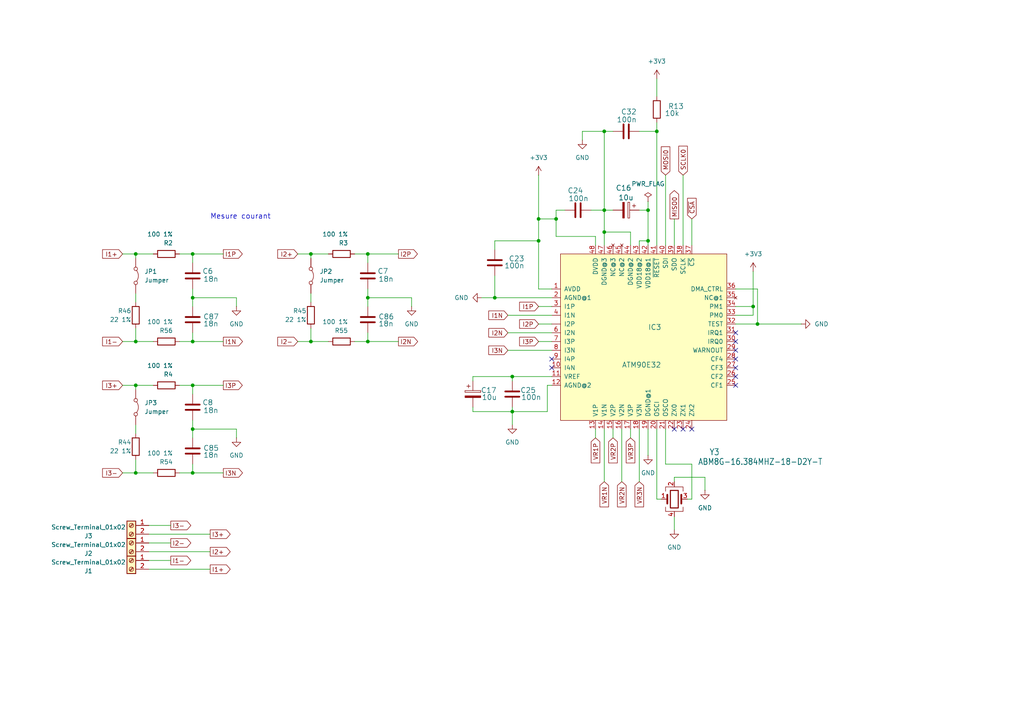
<source format=kicad_sch>
(kicad_sch
	(version 20231120)
	(generator "eeschema")
	(generator_version "8.0")
	(uuid "34ac2892-3e7a-4fde-81c2-1bc261c8cc27")
	(paper "A4")
	(lib_symbols
		(symbol "Connector:Screw_Terminal_01x02"
			(pin_names
				(offset 1.016) hide)
			(exclude_from_sim no)
			(in_bom yes)
			(on_board yes)
			(property "Reference" "J"
				(at 0 2.54 0)
				(effects
					(font
						(size 1.27 1.27)
					)
				)
			)
			(property "Value" "Screw_Terminal_01x02"
				(at 0 -5.08 0)
				(effects
					(font
						(size 1.27 1.27)
					)
				)
			)
			(property "Footprint" ""
				(at 0 0 0)
				(effects
					(font
						(size 1.27 1.27)
					)
					(hide yes)
				)
			)
			(property "Datasheet" "~"
				(at 0 0 0)
				(effects
					(font
						(size 1.27 1.27)
					)
					(hide yes)
				)
			)
			(property "Description" "Generic screw terminal, single row, 01x02, script generated (kicad-library-utils/schlib/autogen/connector/)"
				(at 0 0 0)
				(effects
					(font
						(size 1.27 1.27)
					)
					(hide yes)
				)
			)
			(property "ki_keywords" "screw terminal"
				(at 0 0 0)
				(effects
					(font
						(size 1.27 1.27)
					)
					(hide yes)
				)
			)
			(property "ki_fp_filters" "TerminalBlock*:*"
				(at 0 0 0)
				(effects
					(font
						(size 1.27 1.27)
					)
					(hide yes)
				)
			)
			(symbol "Screw_Terminal_01x02_1_1"
				(rectangle
					(start -1.27 1.27)
					(end 1.27 -3.81)
					(stroke
						(width 0.254)
						(type default)
					)
					(fill
						(type background)
					)
				)
				(circle
					(center 0 -2.54)
					(radius 0.635)
					(stroke
						(width 0.1524)
						(type default)
					)
					(fill
						(type none)
					)
				)
				(polyline
					(pts
						(xy -0.5334 -2.2098) (xy 0.3302 -3.048)
					)
					(stroke
						(width 0.1524)
						(type default)
					)
					(fill
						(type none)
					)
				)
				(polyline
					(pts
						(xy -0.5334 0.3302) (xy 0.3302 -0.508)
					)
					(stroke
						(width 0.1524)
						(type default)
					)
					(fill
						(type none)
					)
				)
				(polyline
					(pts
						(xy -0.3556 -2.032) (xy 0.508 -2.8702)
					)
					(stroke
						(width 0.1524)
						(type default)
					)
					(fill
						(type none)
					)
				)
				(polyline
					(pts
						(xy -0.3556 0.508) (xy 0.508 -0.3302)
					)
					(stroke
						(width 0.1524)
						(type default)
					)
					(fill
						(type none)
					)
				)
				(circle
					(center 0 0)
					(radius 0.635)
					(stroke
						(width 0.1524)
						(type default)
					)
					(fill
						(type none)
					)
				)
				(pin passive line
					(at -5.08 0 0)
					(length 3.81)
					(name "Pin_1"
						(effects
							(font
								(size 1.27 1.27)
							)
						)
					)
					(number "1"
						(effects
							(font
								(size 1.27 1.27)
							)
						)
					)
				)
				(pin passive line
					(at -5.08 -2.54 0)
					(length 3.81)
					(name "Pin_2"
						(effects
							(font
								(size 1.27 1.27)
							)
						)
					)
					(number "2"
						(effects
							(font
								(size 1.27 1.27)
							)
						)
					)
				)
			)
		)
		(symbol "Device:C"
			(pin_numbers hide)
			(pin_names
				(offset 0.254)
			)
			(exclude_from_sim no)
			(in_bom yes)
			(on_board yes)
			(property "Reference" "C"
				(at 0.635 2.54 0)
				(effects
					(font
						(size 1.27 1.27)
					)
					(justify left)
				)
			)
			(property "Value" "C"
				(at 0.635 -2.54 0)
				(effects
					(font
						(size 1.27 1.27)
					)
					(justify left)
				)
			)
			(property "Footprint" ""
				(at 0.9652 -3.81 0)
				(effects
					(font
						(size 1.27 1.27)
					)
					(hide yes)
				)
			)
			(property "Datasheet" "~"
				(at 0 0 0)
				(effects
					(font
						(size 1.27 1.27)
					)
					(hide yes)
				)
			)
			(property "Description" "Unpolarized capacitor"
				(at 0 0 0)
				(effects
					(font
						(size 1.27 1.27)
					)
					(hide yes)
				)
			)
			(property "ki_keywords" "cap capacitor"
				(at 0 0 0)
				(effects
					(font
						(size 1.27 1.27)
					)
					(hide yes)
				)
			)
			(property "ki_fp_filters" "C_*"
				(at 0 0 0)
				(effects
					(font
						(size 1.27 1.27)
					)
					(hide yes)
				)
			)
			(symbol "C_0_1"
				(polyline
					(pts
						(xy -2.032 -0.762) (xy 2.032 -0.762)
					)
					(stroke
						(width 0.508)
						(type default)
					)
					(fill
						(type none)
					)
				)
				(polyline
					(pts
						(xy -2.032 0.762) (xy 2.032 0.762)
					)
					(stroke
						(width 0.508)
						(type default)
					)
					(fill
						(type none)
					)
				)
			)
			(symbol "C_1_1"
				(pin passive line
					(at 0 3.81 270)
					(length 2.794)
					(name "~"
						(effects
							(font
								(size 1.27 1.27)
							)
						)
					)
					(number "1"
						(effects
							(font
								(size 1.27 1.27)
							)
						)
					)
				)
				(pin passive line
					(at 0 -3.81 90)
					(length 2.794)
					(name "~"
						(effects
							(font
								(size 1.27 1.27)
							)
						)
					)
					(number "2"
						(effects
							(font
								(size 1.27 1.27)
							)
						)
					)
				)
			)
		)
		(symbol "Device:C_Polarized"
			(pin_numbers hide)
			(pin_names
				(offset 0.254)
			)
			(exclude_from_sim no)
			(in_bom yes)
			(on_board yes)
			(property "Reference" "C"
				(at 0.635 2.54 0)
				(effects
					(font
						(size 1.27 1.27)
					)
					(justify left)
				)
			)
			(property "Value" "C_Polarized"
				(at 0.635 -2.54 0)
				(effects
					(font
						(size 1.27 1.27)
					)
					(justify left)
				)
			)
			(property "Footprint" ""
				(at 0.9652 -3.81 0)
				(effects
					(font
						(size 1.27 1.27)
					)
					(hide yes)
				)
			)
			(property "Datasheet" "~"
				(at 0 0 0)
				(effects
					(font
						(size 1.27 1.27)
					)
					(hide yes)
				)
			)
			(property "Description" "Polarized capacitor"
				(at 0 0 0)
				(effects
					(font
						(size 1.27 1.27)
					)
					(hide yes)
				)
			)
			(property "ki_keywords" "cap capacitor"
				(at 0 0 0)
				(effects
					(font
						(size 1.27 1.27)
					)
					(hide yes)
				)
			)
			(property "ki_fp_filters" "CP_*"
				(at 0 0 0)
				(effects
					(font
						(size 1.27 1.27)
					)
					(hide yes)
				)
			)
			(symbol "C_Polarized_0_1"
				(rectangle
					(start -2.286 0.508)
					(end 2.286 1.016)
					(stroke
						(width 0)
						(type default)
					)
					(fill
						(type none)
					)
				)
				(polyline
					(pts
						(xy -1.778 2.286) (xy -0.762 2.286)
					)
					(stroke
						(width 0)
						(type default)
					)
					(fill
						(type none)
					)
				)
				(polyline
					(pts
						(xy -1.27 2.794) (xy -1.27 1.778)
					)
					(stroke
						(width 0)
						(type default)
					)
					(fill
						(type none)
					)
				)
				(rectangle
					(start 2.286 -0.508)
					(end -2.286 -1.016)
					(stroke
						(width 0)
						(type default)
					)
					(fill
						(type outline)
					)
				)
			)
			(symbol "C_Polarized_1_1"
				(pin passive line
					(at 0 3.81 270)
					(length 2.794)
					(name "~"
						(effects
							(font
								(size 1.27 1.27)
							)
						)
					)
					(number "1"
						(effects
							(font
								(size 1.27 1.27)
							)
						)
					)
				)
				(pin passive line
					(at 0 -3.81 90)
					(length 2.794)
					(name "~"
						(effects
							(font
								(size 1.27 1.27)
							)
						)
					)
					(number "2"
						(effects
							(font
								(size 1.27 1.27)
							)
						)
					)
				)
			)
		)
		(symbol "Device:Crystal_GND24"
			(pin_names
				(offset 1.016) hide)
			(exclude_from_sim no)
			(in_bom yes)
			(on_board yes)
			(property "Reference" "Y"
				(at 3.175 5.08 0)
				(effects
					(font
						(size 1.27 1.27)
					)
					(justify left)
				)
			)
			(property "Value" "Crystal_GND24"
				(at 3.175 3.175 0)
				(effects
					(font
						(size 1.27 1.27)
					)
					(justify left)
				)
			)
			(property "Footprint" ""
				(at 0 0 0)
				(effects
					(font
						(size 1.27 1.27)
					)
					(hide yes)
				)
			)
			(property "Datasheet" "~"
				(at 0 0 0)
				(effects
					(font
						(size 1.27 1.27)
					)
					(hide yes)
				)
			)
			(property "Description" "Four pin crystal, GND on pins 2 and 4"
				(at 0 0 0)
				(effects
					(font
						(size 1.27 1.27)
					)
					(hide yes)
				)
			)
			(property "ki_keywords" "quartz ceramic resonator oscillator"
				(at 0 0 0)
				(effects
					(font
						(size 1.27 1.27)
					)
					(hide yes)
				)
			)
			(property "ki_fp_filters" "Crystal*"
				(at 0 0 0)
				(effects
					(font
						(size 1.27 1.27)
					)
					(hide yes)
				)
			)
			(symbol "Crystal_GND24_0_1"
				(rectangle
					(start -1.143 2.54)
					(end 1.143 -2.54)
					(stroke
						(width 0.3048)
						(type default)
					)
					(fill
						(type none)
					)
				)
				(polyline
					(pts
						(xy -2.54 0) (xy -2.032 0)
					)
					(stroke
						(width 0)
						(type default)
					)
					(fill
						(type none)
					)
				)
				(polyline
					(pts
						(xy -2.032 -1.27) (xy -2.032 1.27)
					)
					(stroke
						(width 0.508)
						(type default)
					)
					(fill
						(type none)
					)
				)
				(polyline
					(pts
						(xy 0 -3.81) (xy 0 -3.556)
					)
					(stroke
						(width 0)
						(type default)
					)
					(fill
						(type none)
					)
				)
				(polyline
					(pts
						(xy 0 3.556) (xy 0 3.81)
					)
					(stroke
						(width 0)
						(type default)
					)
					(fill
						(type none)
					)
				)
				(polyline
					(pts
						(xy 2.032 -1.27) (xy 2.032 1.27)
					)
					(stroke
						(width 0.508)
						(type default)
					)
					(fill
						(type none)
					)
				)
				(polyline
					(pts
						(xy 2.032 0) (xy 2.54 0)
					)
					(stroke
						(width 0)
						(type default)
					)
					(fill
						(type none)
					)
				)
				(polyline
					(pts
						(xy -2.54 -2.286) (xy -2.54 -3.556) (xy 2.54 -3.556) (xy 2.54 -2.286)
					)
					(stroke
						(width 0)
						(type default)
					)
					(fill
						(type none)
					)
				)
				(polyline
					(pts
						(xy -2.54 2.286) (xy -2.54 3.556) (xy 2.54 3.556) (xy 2.54 2.286)
					)
					(stroke
						(width 0)
						(type default)
					)
					(fill
						(type none)
					)
				)
			)
			(symbol "Crystal_GND24_1_1"
				(pin passive line
					(at -3.81 0 0)
					(length 1.27)
					(name "1"
						(effects
							(font
								(size 1.27 1.27)
							)
						)
					)
					(number "1"
						(effects
							(font
								(size 1.27 1.27)
							)
						)
					)
				)
				(pin passive line
					(at 0 5.08 270)
					(length 1.27)
					(name "2"
						(effects
							(font
								(size 1.27 1.27)
							)
						)
					)
					(number "2"
						(effects
							(font
								(size 1.27 1.27)
							)
						)
					)
				)
				(pin passive line
					(at 3.81 0 180)
					(length 1.27)
					(name "3"
						(effects
							(font
								(size 1.27 1.27)
							)
						)
					)
					(number "3"
						(effects
							(font
								(size 1.27 1.27)
							)
						)
					)
				)
				(pin passive line
					(at 0 -5.08 90)
					(length 1.27)
					(name "4"
						(effects
							(font
								(size 1.27 1.27)
							)
						)
					)
					(number "4"
						(effects
							(font
								(size 1.27 1.27)
							)
						)
					)
				)
			)
		)
		(symbol "Device:R"
			(pin_numbers hide)
			(pin_names
				(offset 0)
			)
			(exclude_from_sim no)
			(in_bom yes)
			(on_board yes)
			(property "Reference" "R"
				(at 2.032 0 90)
				(effects
					(font
						(size 1.27 1.27)
					)
				)
			)
			(property "Value" "R"
				(at 0 0 90)
				(effects
					(font
						(size 1.27 1.27)
					)
				)
			)
			(property "Footprint" ""
				(at -1.778 0 90)
				(effects
					(font
						(size 1.27 1.27)
					)
					(hide yes)
				)
			)
			(property "Datasheet" "~"
				(at 0 0 0)
				(effects
					(font
						(size 1.27 1.27)
					)
					(hide yes)
				)
			)
			(property "Description" "Resistor"
				(at 0 0 0)
				(effects
					(font
						(size 1.27 1.27)
					)
					(hide yes)
				)
			)
			(property "ki_keywords" "R res resistor"
				(at 0 0 0)
				(effects
					(font
						(size 1.27 1.27)
					)
					(hide yes)
				)
			)
			(property "ki_fp_filters" "R_*"
				(at 0 0 0)
				(effects
					(font
						(size 1.27 1.27)
					)
					(hide yes)
				)
			)
			(symbol "R_0_1"
				(rectangle
					(start -1.016 -2.54)
					(end 1.016 2.54)
					(stroke
						(width 0.254)
						(type default)
					)
					(fill
						(type none)
					)
				)
			)
			(symbol "R_1_1"
				(pin passive line
					(at 0 3.81 270)
					(length 1.27)
					(name "~"
						(effects
							(font
								(size 1.27 1.27)
							)
						)
					)
					(number "1"
						(effects
							(font
								(size 1.27 1.27)
							)
						)
					)
				)
				(pin passive line
					(at 0 -3.81 90)
					(length 1.27)
					(name "~"
						(effects
							(font
								(size 1.27 1.27)
							)
						)
					)
					(number "2"
						(effects
							(font
								(size 1.27 1.27)
							)
						)
					)
				)
			)
		)
		(symbol "Jumper:Jumper_2_Bridged"
			(pin_numbers hide)
			(pin_names
				(offset 0) hide)
			(exclude_from_sim yes)
			(in_bom yes)
			(on_board yes)
			(property "Reference" "JP"
				(at 0 1.905 0)
				(effects
					(font
						(size 1.27 1.27)
					)
				)
			)
			(property "Value" "Jumper_2_Bridged"
				(at 0 -2.54 0)
				(effects
					(font
						(size 1.27 1.27)
					)
				)
			)
			(property "Footprint" ""
				(at 0 0 0)
				(effects
					(font
						(size 1.27 1.27)
					)
					(hide yes)
				)
			)
			(property "Datasheet" "~"
				(at 0 0 0)
				(effects
					(font
						(size 1.27 1.27)
					)
					(hide yes)
				)
			)
			(property "Description" "Jumper, 2-pole, closed/bridged"
				(at 0 0 0)
				(effects
					(font
						(size 1.27 1.27)
					)
					(hide yes)
				)
			)
			(property "ki_keywords" "Jumper SPST"
				(at 0 0 0)
				(effects
					(font
						(size 1.27 1.27)
					)
					(hide yes)
				)
			)
			(property "ki_fp_filters" "Jumper* TestPoint*2Pads* TestPoint*Bridge*"
				(at 0 0 0)
				(effects
					(font
						(size 1.27 1.27)
					)
					(hide yes)
				)
			)
			(symbol "Jumper_2_Bridged_0_0"
				(circle
					(center -2.032 0)
					(radius 0.508)
					(stroke
						(width 0)
						(type default)
					)
					(fill
						(type none)
					)
				)
				(circle
					(center 2.032 0)
					(radius 0.508)
					(stroke
						(width 0)
						(type default)
					)
					(fill
						(type none)
					)
				)
			)
			(symbol "Jumper_2_Bridged_0_1"
				(arc
					(start 1.524 0.254)
					(mid 0 0.762)
					(end -1.524 0.254)
					(stroke
						(width 0)
						(type default)
					)
					(fill
						(type none)
					)
				)
			)
			(symbol "Jumper_2_Bridged_1_1"
				(pin passive line
					(at -5.08 0 0)
					(length 2.54)
					(name "A"
						(effects
							(font
								(size 1.27 1.27)
							)
						)
					)
					(number "1"
						(effects
							(font
								(size 1.27 1.27)
							)
						)
					)
				)
				(pin passive line
					(at 5.08 0 180)
					(length 2.54)
					(name "B"
						(effects
							(font
								(size 1.27 1.27)
							)
						)
					)
					(number "2"
						(effects
							(font
								(size 1.27 1.27)
							)
						)
					)
				)
			)
		)
		(symbol "User_Lib_IC:ATM90E36"
			(pin_names
				(offset 1.016)
			)
			(exclude_from_sim no)
			(in_bom yes)
			(on_board yes)
			(property "Reference" "IC?"
				(at 0.254 1.524 0)
				(effects
					(font
						(size 1.4986 1.4986)
					)
					(justify left bottom)
				)
			)
			(property "Value" "ATM90E36"
				(at -5.588 -5.08 0)
				(effects
					(font
						(size 1.4986 1.4986)
					)
					(justify left bottom)
				)
			)
			(property "Footprint" "Package_QFP:TQFP-48-1EP_7x7mm_P0.5mm_EP3.5x3.5mm"
				(at -0.254 -2.032 0)
				(effects
					(font
						(size 1.27 1.27)
					)
					(hide yes)
				)
			)
			(property "Datasheet" ""
				(at 0 0 0)
				(effects
					(font
						(size 1.27 1.27)
					)
					(hide yes)
				)
			)
			(property "Description" ""
				(at 0 0 0)
				(effects
					(font
						(size 1.27 1.27)
					)
					(hide yes)
				)
			)
			(property "manf#" "	ATM90E36A-AU-R"
				(at 0.254 0 0)
				(effects
					(font
						(size 1.27 1.27)
					)
					(hide yes)
				)
			)
			(symbol "ATM90E36_1_0"
				(pin power_in line
					(at -27.94 12.7 0)
					(length 2.54)
					(name "AVDD"
						(effects
							(font
								(size 1.27 1.27)
							)
						)
					)
					(number "1"
						(effects
							(font
								(size 1.27 1.27)
							)
						)
					)
				)
				(pin input line
					(at -27.94 -10.16 0)
					(length 2.54)
					(name "I4N"
						(effects
							(font
								(size 1.27 1.27)
							)
						)
					)
					(number "10"
						(effects
							(font
								(size 1.27 1.27)
							)
						)
					)
				)
				(pin bidirectional line
					(at -27.94 -12.7 0)
					(length 2.54)
					(name "VREF"
						(effects
							(font
								(size 1.27 1.27)
							)
						)
					)
					(number "11"
						(effects
							(font
								(size 1.27 1.27)
							)
						)
					)
				)
				(pin power_in line
					(at -27.94 -15.24 0)
					(length 2.54)
					(name "AGND@2"
						(effects
							(font
								(size 1.27 1.27)
							)
						)
					)
					(number "12"
						(effects
							(font
								(size 1.27 1.27)
							)
						)
					)
				)
				(pin input line
					(at -15.24 -27.94 90)
					(length 2.54)
					(name "V1P"
						(effects
							(font
								(size 1.27 1.27)
							)
						)
					)
					(number "13"
						(effects
							(font
								(size 1.27 1.27)
							)
						)
					)
				)
				(pin input line
					(at -12.7 -27.94 90)
					(length 2.54)
					(name "V1N"
						(effects
							(font
								(size 1.27 1.27)
							)
						)
					)
					(number "14"
						(effects
							(font
								(size 1.27 1.27)
							)
						)
					)
				)
				(pin input line
					(at -10.16 -27.94 90)
					(length 2.54)
					(name "V2P"
						(effects
							(font
								(size 1.27 1.27)
							)
						)
					)
					(number "15"
						(effects
							(font
								(size 1.27 1.27)
							)
						)
					)
				)
				(pin input line
					(at -7.62 -27.94 90)
					(length 2.54)
					(name "V2N"
						(effects
							(font
								(size 1.27 1.27)
							)
						)
					)
					(number "16"
						(effects
							(font
								(size 1.27 1.27)
							)
						)
					)
				)
				(pin input line
					(at -5.08 -27.94 90)
					(length 2.54)
					(name "V3P"
						(effects
							(font
								(size 1.27 1.27)
							)
						)
					)
					(number "17"
						(effects
							(font
								(size 1.27 1.27)
							)
						)
					)
				)
				(pin input line
					(at -2.54 -27.94 90)
					(length 2.54)
					(name "V3N"
						(effects
							(font
								(size 1.27 1.27)
							)
						)
					)
					(number "18"
						(effects
							(font
								(size 1.27 1.27)
							)
						)
					)
				)
				(pin power_in line
					(at 0 -27.94 90)
					(length 2.54)
					(name "DGND@1"
						(effects
							(font
								(size 1.27 1.27)
							)
						)
					)
					(number "19"
						(effects
							(font
								(size 1.27 1.27)
							)
						)
					)
				)
				(pin power_in line
					(at -27.94 10.16 0)
					(length 2.54)
					(name "AGND@1"
						(effects
							(font
								(size 1.27 1.27)
							)
						)
					)
					(number "2"
						(effects
							(font
								(size 1.27 1.27)
							)
						)
					)
				)
				(pin input line
					(at 2.54 -27.94 90)
					(length 2.54)
					(name "OSCI"
						(effects
							(font
								(size 1.27 1.27)
							)
						)
					)
					(number "20"
						(effects
							(font
								(size 1.27 1.27)
							)
						)
					)
				)
				(pin output line
					(at 5.08 -27.94 90)
					(length 2.54)
					(name "OSCO"
						(effects
							(font
								(size 1.27 1.27)
							)
						)
					)
					(number "21"
						(effects
							(font
								(size 1.27 1.27)
							)
						)
					)
				)
				(pin output line
					(at 7.62 -27.94 90)
					(length 2.54)
					(name "ZX0"
						(effects
							(font
								(size 1.27 1.27)
							)
						)
					)
					(number "22"
						(effects
							(font
								(size 1.27 1.27)
							)
						)
					)
				)
				(pin output line
					(at 10.16 -27.94 90)
					(length 2.54)
					(name "ZX1"
						(effects
							(font
								(size 1.27 1.27)
							)
						)
					)
					(number "23"
						(effects
							(font
								(size 1.27 1.27)
							)
						)
					)
				)
				(pin output line
					(at 12.7 -27.94 90)
					(length 2.54)
					(name "ZX2"
						(effects
							(font
								(size 1.27 1.27)
							)
						)
					)
					(number "24"
						(effects
							(font
								(size 1.27 1.27)
							)
						)
					)
				)
				(pin output line
					(at 25.4 -15.24 180)
					(length 2.54)
					(name "CF1"
						(effects
							(font
								(size 1.27 1.27)
							)
						)
					)
					(number "25"
						(effects
							(font
								(size 1.27 1.27)
							)
						)
					)
				)
				(pin output line
					(at 25.4 -12.7 180)
					(length 2.54)
					(name "CF2"
						(effects
							(font
								(size 1.27 1.27)
							)
						)
					)
					(number "26"
						(effects
							(font
								(size 1.27 1.27)
							)
						)
					)
				)
				(pin output line
					(at 25.4 -10.16 180)
					(length 2.54)
					(name "CF3"
						(effects
							(font
								(size 1.27 1.27)
							)
						)
					)
					(number "27"
						(effects
							(font
								(size 1.27 1.27)
							)
						)
					)
				)
				(pin output line
					(at 25.4 -7.62 180)
					(length 2.54)
					(name "CF4"
						(effects
							(font
								(size 1.27 1.27)
							)
						)
					)
					(number "28"
						(effects
							(font
								(size 1.27 1.27)
							)
						)
					)
				)
				(pin output line
					(at 25.4 -5.08 180)
					(length 2.54)
					(name "WARNOUT"
						(effects
							(font
								(size 1.27 1.27)
							)
						)
					)
					(number "29"
						(effects
							(font
								(size 1.27 1.27)
							)
						)
					)
				)
				(pin input line
					(at -27.94 7.62 0)
					(length 2.54)
					(name "I1P"
						(effects
							(font
								(size 1.27 1.27)
							)
						)
					)
					(number "3"
						(effects
							(font
								(size 1.27 1.27)
							)
						)
					)
				)
				(pin output line
					(at 25.4 -2.54 180)
					(length 2.54)
					(name "IRQ0"
						(effects
							(font
								(size 1.27 1.27)
							)
						)
					)
					(number "30"
						(effects
							(font
								(size 1.27 1.27)
							)
						)
					)
				)
				(pin output line
					(at 25.4 0 180)
					(length 2.54)
					(name "IRQ1"
						(effects
							(font
								(size 1.27 1.27)
							)
						)
					)
					(number "31"
						(effects
							(font
								(size 1.27 1.27)
							)
						)
					)
				)
				(pin power_in line
					(at 25.4 2.54 180)
					(length 2.54)
					(name "TEST"
						(effects
							(font
								(size 1.27 1.27)
							)
						)
					)
					(number "32"
						(effects
							(font
								(size 1.27 1.27)
							)
						)
					)
				)
				(pin input line
					(at 25.4 5.08 180)
					(length 2.54)
					(name "PM0"
						(effects
							(font
								(size 1.27 1.27)
							)
						)
					)
					(number "33"
						(effects
							(font
								(size 1.27 1.27)
							)
						)
					)
				)
				(pin input line
					(at 25.4 7.62 180)
					(length 2.54)
					(name "PM1"
						(effects
							(font
								(size 1.27 1.27)
							)
						)
					)
					(number "34"
						(effects
							(font
								(size 1.27 1.27)
							)
						)
					)
				)
				(pin no_connect line
					(at 25.4 10.16 180)
					(length 2.54)
					(name "NC@1"
						(effects
							(font
								(size 1.27 1.27)
							)
						)
					)
					(number "35"
						(effects
							(font
								(size 1.27 1.27)
							)
						)
					)
				)
				(pin input line
					(at 25.4 12.7 180)
					(length 2.54)
					(name "DMA_CTRL"
						(effects
							(font
								(size 1.27 1.27)
							)
						)
					)
					(number "36"
						(effects
							(font
								(size 1.27 1.27)
							)
						)
					)
				)
				(pin input line
					(at 12.7 25.4 270)
					(length 2.54)
					(name "~{CS}"
						(effects
							(font
								(size 1.27 1.27)
							)
						)
					)
					(number "37"
						(effects
							(font
								(size 1.27 1.27)
							)
						)
					)
				)
				(pin input line
					(at 10.16 25.4 270)
					(length 2.54)
					(name "SCLK"
						(effects
							(font
								(size 1.27 1.27)
							)
						)
					)
					(number "38"
						(effects
							(font
								(size 1.27 1.27)
							)
						)
					)
				)
				(pin output line
					(at 7.62 25.4 270)
					(length 2.54)
					(name "SDO"
						(effects
							(font
								(size 1.27 1.27)
							)
						)
					)
					(number "39"
						(effects
							(font
								(size 1.27 1.27)
							)
						)
					)
				)
				(pin input line
					(at -27.94 5.08 0)
					(length 2.54)
					(name "I1N"
						(effects
							(font
								(size 1.27 1.27)
							)
						)
					)
					(number "4"
						(effects
							(font
								(size 1.27 1.27)
							)
						)
					)
				)
				(pin input line
					(at 5.08 25.4 270)
					(length 2.54)
					(name "SDI"
						(effects
							(font
								(size 1.27 1.27)
							)
						)
					)
					(number "40"
						(effects
							(font
								(size 1.27 1.27)
							)
						)
					)
				)
				(pin input line
					(at 2.54 25.4 270)
					(length 2.54)
					(name "~{RESET}"
						(effects
							(font
								(size 1.27 1.27)
							)
						)
					)
					(number "41"
						(effects
							(font
								(size 1.27 1.27)
							)
						)
					)
				)
				(pin power_in line
					(at 0 25.4 270)
					(length 2.54)
					(name "VDD18@1"
						(effects
							(font
								(size 1.27 1.27)
							)
						)
					)
					(number "42"
						(effects
							(font
								(size 1.27 1.27)
							)
						)
					)
				)
				(pin power_in line
					(at -2.54 25.4 270)
					(length 2.54)
					(name "VDD18@2"
						(effects
							(font
								(size 1.27 1.27)
							)
						)
					)
					(number "43"
						(effects
							(font
								(size 1.27 1.27)
							)
						)
					)
				)
				(pin power_in line
					(at -5.08 25.4 270)
					(length 2.54)
					(name "DGND@2"
						(effects
							(font
								(size 1.27 1.27)
							)
						)
					)
					(number "44"
						(effects
							(font
								(size 1.27 1.27)
							)
						)
					)
				)
				(pin no_connect line
					(at -7.62 25.4 270)
					(length 2.54)
					(name "NC@2"
						(effects
							(font
								(size 1.27 1.27)
							)
						)
					)
					(number "45"
						(effects
							(font
								(size 1.27 1.27)
							)
						)
					)
				)
				(pin no_connect line
					(at -10.16 25.4 270)
					(length 2.54)
					(name "NC@3"
						(effects
							(font
								(size 1.27 1.27)
							)
						)
					)
					(number "46"
						(effects
							(font
								(size 1.27 1.27)
							)
						)
					)
				)
				(pin power_in line
					(at -12.7 25.4 270)
					(length 2.54)
					(name "DGND@3"
						(effects
							(font
								(size 1.27 1.27)
							)
						)
					)
					(number "47"
						(effects
							(font
								(size 1.27 1.27)
							)
						)
					)
				)
				(pin power_in line
					(at -15.24 25.4 270)
					(length 2.54)
					(name "DVDD"
						(effects
							(font
								(size 1.27 1.27)
							)
						)
					)
					(number "48"
						(effects
							(font
								(size 1.27 1.27)
							)
						)
					)
				)
				(pin input line
					(at -27.94 2.54 0)
					(length 2.54)
					(name "I2P"
						(effects
							(font
								(size 1.27 1.27)
							)
						)
					)
					(number "5"
						(effects
							(font
								(size 0 0)
							)
						)
					)
				)
				(pin input line
					(at -27.94 0 0)
					(length 2.54)
					(name "I2N"
						(effects
							(font
								(size 1.27 1.27)
							)
						)
					)
					(number "6"
						(effects
							(font
								(size 1.27 1.27)
							)
						)
					)
				)
				(pin input line
					(at -27.94 -2.54 0)
					(length 2.54)
					(name "I3P"
						(effects
							(font
								(size 1.27 1.27)
							)
						)
					)
					(number "7"
						(effects
							(font
								(size 1.27 1.27)
							)
						)
					)
				)
				(pin input line
					(at -27.94 -5.08 0)
					(length 2.54)
					(name "I3N"
						(effects
							(font
								(size 1.27 1.27)
							)
						)
					)
					(number "8"
						(effects
							(font
								(size 1.27 1.27)
							)
						)
					)
				)
				(pin input line
					(at -27.94 -7.62 0)
					(length 2.54)
					(name "I4P"
						(effects
							(font
								(size 1.27 1.27)
							)
						)
					)
					(number "9"
						(effects
							(font
								(size 1.27 1.27)
							)
						)
					)
				)
			)
			(symbol "ATM90E36_1_1"
				(text_box ""
					(at -25.4 22.86 0)
					(size 48.26 -48.26)
					(stroke
						(width 0)
						(type default)
					)
					(fill
						(type color)
						(color 255 255 194 1)
					)
					(effects
						(font
							(size 1.27 1.27)
						)
						(justify left top)
					)
				)
			)
		)
		(symbol "power:+3V3"
			(power)
			(pin_numbers hide)
			(pin_names
				(offset 0) hide)
			(exclude_from_sim no)
			(in_bom yes)
			(on_board yes)
			(property "Reference" "#PWR"
				(at 0 -3.81 0)
				(effects
					(font
						(size 1.27 1.27)
					)
					(hide yes)
				)
			)
			(property "Value" "+3V3"
				(at 0 3.556 0)
				(effects
					(font
						(size 1.27 1.27)
					)
				)
			)
			(property "Footprint" ""
				(at 0 0 0)
				(effects
					(font
						(size 1.27 1.27)
					)
					(hide yes)
				)
			)
			(property "Datasheet" ""
				(at 0 0 0)
				(effects
					(font
						(size 1.27 1.27)
					)
					(hide yes)
				)
			)
			(property "Description" "Power symbol creates a global label with name \"+3V3\""
				(at 0 0 0)
				(effects
					(font
						(size 1.27 1.27)
					)
					(hide yes)
				)
			)
			(property "ki_keywords" "global power"
				(at 0 0 0)
				(effects
					(font
						(size 1.27 1.27)
					)
					(hide yes)
				)
			)
			(symbol "+3V3_0_1"
				(polyline
					(pts
						(xy -0.762 1.27) (xy 0 2.54)
					)
					(stroke
						(width 0)
						(type default)
					)
					(fill
						(type none)
					)
				)
				(polyline
					(pts
						(xy 0 0) (xy 0 2.54)
					)
					(stroke
						(width 0)
						(type default)
					)
					(fill
						(type none)
					)
				)
				(polyline
					(pts
						(xy 0 2.54) (xy 0.762 1.27)
					)
					(stroke
						(width 0)
						(type default)
					)
					(fill
						(type none)
					)
				)
			)
			(symbol "+3V3_1_1"
				(pin power_in line
					(at 0 0 90)
					(length 0)
					(name "~"
						(effects
							(font
								(size 1.27 1.27)
							)
						)
					)
					(number "1"
						(effects
							(font
								(size 1.27 1.27)
							)
						)
					)
				)
			)
		)
		(symbol "power:GND"
			(power)
			(pin_numbers hide)
			(pin_names
				(offset 0) hide)
			(exclude_from_sim no)
			(in_bom yes)
			(on_board yes)
			(property "Reference" "#PWR"
				(at 0 -6.35 0)
				(effects
					(font
						(size 1.27 1.27)
					)
					(hide yes)
				)
			)
			(property "Value" "GND"
				(at 0 -3.81 0)
				(effects
					(font
						(size 1.27 1.27)
					)
				)
			)
			(property "Footprint" ""
				(at 0 0 0)
				(effects
					(font
						(size 1.27 1.27)
					)
					(hide yes)
				)
			)
			(property "Datasheet" ""
				(at 0 0 0)
				(effects
					(font
						(size 1.27 1.27)
					)
					(hide yes)
				)
			)
			(property "Description" "Power symbol creates a global label with name \"GND\" , ground"
				(at 0 0 0)
				(effects
					(font
						(size 1.27 1.27)
					)
					(hide yes)
				)
			)
			(property "ki_keywords" "global power"
				(at 0 0 0)
				(effects
					(font
						(size 1.27 1.27)
					)
					(hide yes)
				)
			)
			(symbol "GND_0_1"
				(polyline
					(pts
						(xy 0 0) (xy 0 -1.27) (xy 1.27 -1.27) (xy 0 -2.54) (xy -1.27 -1.27) (xy 0 -1.27)
					)
					(stroke
						(width 0)
						(type default)
					)
					(fill
						(type none)
					)
				)
			)
			(symbol "GND_1_1"
				(pin power_in line
					(at 0 0 270)
					(length 0)
					(name "~"
						(effects
							(font
								(size 1.27 1.27)
							)
						)
					)
					(number "1"
						(effects
							(font
								(size 1.27 1.27)
							)
						)
					)
				)
			)
		)
		(symbol "power:PWR_FLAG"
			(power)
			(pin_numbers hide)
			(pin_names
				(offset 0) hide)
			(exclude_from_sim no)
			(in_bom yes)
			(on_board yes)
			(property "Reference" "#FLG"
				(at 0 1.905 0)
				(effects
					(font
						(size 1.27 1.27)
					)
					(hide yes)
				)
			)
			(property "Value" "PWR_FLAG"
				(at 0 3.81 0)
				(effects
					(font
						(size 1.27 1.27)
					)
				)
			)
			(property "Footprint" ""
				(at 0 0 0)
				(effects
					(font
						(size 1.27 1.27)
					)
					(hide yes)
				)
			)
			(property "Datasheet" "~"
				(at 0 0 0)
				(effects
					(font
						(size 1.27 1.27)
					)
					(hide yes)
				)
			)
			(property "Description" "Special symbol for telling ERC where power comes from"
				(at 0 0 0)
				(effects
					(font
						(size 1.27 1.27)
					)
					(hide yes)
				)
			)
			(property "ki_keywords" "flag power"
				(at 0 0 0)
				(effects
					(font
						(size 1.27 1.27)
					)
					(hide yes)
				)
			)
			(symbol "PWR_FLAG_0_0"
				(pin power_out line
					(at 0 0 90)
					(length 0)
					(name "~"
						(effects
							(font
								(size 1.27 1.27)
							)
						)
					)
					(number "1"
						(effects
							(font
								(size 1.27 1.27)
							)
						)
					)
				)
			)
			(symbol "PWR_FLAG_0_1"
				(polyline
					(pts
						(xy 0 0) (xy 0 1.27) (xy -1.016 1.905) (xy 0 2.54) (xy 1.016 1.905) (xy 0 1.27)
					)
					(stroke
						(width 0)
						(type default)
					)
					(fill
						(type none)
					)
				)
			)
		)
	)
	(junction
		(at 90.17 73.66)
		(diameter 0)
		(color 0 0 0 0)
		(uuid "02fcb382-a3cc-42b9-b307-6b07235c42bc")
	)
	(junction
		(at 175.26 38.1)
		(diameter 0)
		(color 0 0 0 0)
		(uuid "034ad0ce-f6f8-4f63-b665-0584ad9dd248")
	)
	(junction
		(at 156.21 69.85)
		(diameter 0)
		(color 0 0 0 0)
		(uuid "1128a8ac-256d-4e45-89ce-5819204d71f0")
	)
	(junction
		(at 90.17 99.06)
		(diameter 0)
		(color 0 0 0 0)
		(uuid "159e1cfa-1564-473b-86cb-276effca15e0")
	)
	(junction
		(at 106.68 73.66)
		(diameter 0)
		(color 0 0 0 0)
		(uuid "1e40f0da-ec0b-48e5-bd86-542a6b0e140d")
	)
	(junction
		(at 106.68 86.36)
		(diameter 0)
		(color 0 0 0 0)
		(uuid "21a0d68b-b5e6-4547-9f3d-e80d70255d45")
	)
	(junction
		(at 39.37 137.16)
		(diameter 0)
		(color 0 0 0 0)
		(uuid "2aba7a48-666b-41a0-a69f-1b19537610cd")
	)
	(junction
		(at 148.59 119.38)
		(diameter 0)
		(color 0 0 0 0)
		(uuid "2adafac2-4ff3-4727-b3b7-6673701b3fc9")
	)
	(junction
		(at 175.26 60.96)
		(diameter 0)
		(color 0 0 0 0)
		(uuid "2d3ea816-bf7d-4efa-961b-e976bced4ecd")
	)
	(junction
		(at 39.37 111.76)
		(diameter 0)
		(color 0 0 0 0)
		(uuid "2f1bf3dc-c00d-4f2e-ba35-0300dca481dc")
	)
	(junction
		(at 175.26 67.31)
		(diameter 0)
		(color 0 0 0 0)
		(uuid "3569b804-cc4b-435c-b119-7cf2688db4d6")
	)
	(junction
		(at 148.59 109.22)
		(diameter 0)
		(color 0 0 0 0)
		(uuid "4da89e0c-2827-4e26-9fed-147dc6428ea4")
	)
	(junction
		(at 187.96 60.96)
		(diameter 0)
		(color 0 0 0 0)
		(uuid "524dc5d9-881a-44a0-aa9b-d23836dff961")
	)
	(junction
		(at 161.29 63.5)
		(diameter 0)
		(color 0 0 0 0)
		(uuid "638199d9-a966-4535-8483-5ae8fee04efa")
	)
	(junction
		(at 218.44 88.9)
		(diameter 0)
		(color 0 0 0 0)
		(uuid "7362c44e-9a56-4cca-af24-9aee32360aa8")
	)
	(junction
		(at 143.51 86.36)
		(diameter 0)
		(color 0 0 0 0)
		(uuid "82f086b7-abd1-4c49-94cb-68138ca8601f")
	)
	(junction
		(at 39.37 73.66)
		(diameter 0)
		(color 0 0 0 0)
		(uuid "8766a6d8-aa60-455a-9cc4-3f08d6a0e129")
	)
	(junction
		(at 190.5 38.1)
		(diameter 0)
		(color 0 0 0 0)
		(uuid "8b9e02f7-6239-4f57-8e4b-73faaa8910b4")
	)
	(junction
		(at 106.68 99.06)
		(diameter 0)
		(color 0 0 0 0)
		(uuid "964c07cc-3d5f-4e84-b71e-cb95085d0905")
	)
	(junction
		(at 55.88 124.46)
		(diameter 0)
		(color 0 0 0 0)
		(uuid "9ae68187-da90-4b69-9141-3581f918db29")
	)
	(junction
		(at 39.37 99.06)
		(diameter 0)
		(color 0 0 0 0)
		(uuid "9e4fee54-2fb9-443a-85f0-a4da559eb692")
	)
	(junction
		(at 55.88 73.66)
		(diameter 0)
		(color 0 0 0 0)
		(uuid "aa252e28-5431-4cbe-8861-eea65b7b25ca")
	)
	(junction
		(at 187.96 69.85)
		(diameter 0)
		(color 0 0 0 0)
		(uuid "af04ae68-3e62-49ac-89b0-6f6cb6cbd733")
	)
	(junction
		(at 55.88 137.16)
		(diameter 0)
		(color 0 0 0 0)
		(uuid "c7e02ffe-638b-4ed0-96ac-8b07bdda4458")
	)
	(junction
		(at 55.88 99.06)
		(diameter 0)
		(color 0 0 0 0)
		(uuid "d9998b01-8077-4eed-a72e-2bc3d79084c8")
	)
	(junction
		(at 219.71 93.98)
		(diameter 0)
		(color 0 0 0 0)
		(uuid "f069443f-f6c9-478e-97ec-1122634c363c")
	)
	(junction
		(at 55.88 86.36)
		(diameter 0)
		(color 0 0 0 0)
		(uuid "f10a704b-f8e8-42f3-bc00-04f213ff31bd")
	)
	(junction
		(at 156.21 63.5)
		(diameter 0)
		(color 0 0 0 0)
		(uuid "f65e08d4-3813-44d6-9414-52f44c92a506")
	)
	(junction
		(at 55.88 111.76)
		(diameter 0)
		(color 0 0 0 0)
		(uuid "f90abf13-8033-47c9-8d68-675bbcf6fa7c")
	)
	(no_connect
		(at 200.66 124.46)
		(uuid "220d5b4f-d94f-4790-88b4-88e7600c57d3")
	)
	(no_connect
		(at 213.36 104.14)
		(uuid "28b52a93-d4f2-4ca0-bbb6-85038d25a770")
	)
	(no_connect
		(at 213.36 111.76)
		(uuid "3a3a5cb0-2160-41e5-ba2f-9570ed448899")
	)
	(no_connect
		(at 213.36 99.06)
		(uuid "80470bf6-5184-4d6d-83ca-0fb42f9a6d3f")
	)
	(no_connect
		(at 213.36 96.52)
		(uuid "94a3fe2c-4b75-47ee-8756-d0d3148b2b62")
	)
	(no_connect
		(at 198.12 124.46)
		(uuid "95c4bd80-fa21-4ec5-a55c-b927c413cf35")
	)
	(no_connect
		(at 160.02 106.68)
		(uuid "98f0ee15-7387-4629-b49c-08e3ff318f87")
	)
	(no_connect
		(at 213.36 106.68)
		(uuid "a3dfa613-814f-4e2c-b54f-af94de5addce")
	)
	(no_connect
		(at 213.36 109.22)
		(uuid "a7a60c07-db50-49b8-9343-cfa02af8140e")
	)
	(no_connect
		(at 160.02 104.14)
		(uuid "b0fbf2f3-ea9e-4309-90bb-2e1198b73581")
	)
	(no_connect
		(at 195.58 124.46)
		(uuid "c9bed8c1-be63-4ffd-8a95-139d51bcab8f")
	)
	(no_connect
		(at 213.36 101.6)
		(uuid "fcce45bb-b9f9-4b38-85a0-f33e9629ab40")
	)
	(wire
		(pts
			(xy 35.56 73.66) (xy 39.37 73.66)
		)
		(stroke
			(width 0)
			(type default)
		)
		(uuid "03cd02de-8a9e-4eae-8500-9b9ab730750f")
	)
	(wire
		(pts
			(xy 187.96 58.42) (xy 187.96 60.96)
		)
		(stroke
			(width 0)
			(type default)
		)
		(uuid "07b1905a-cffd-4354-b01e-fad45d8103c6")
	)
	(wire
		(pts
			(xy 156.21 99.06) (xy 160.02 99.06)
		)
		(stroke
			(width 0)
			(type default)
		)
		(uuid "08b9197d-e9c0-4d41-b2d3-777bb2085b9e")
	)
	(wire
		(pts
			(xy 156.21 69.85) (xy 156.21 83.82)
		)
		(stroke
			(width 0)
			(type default)
		)
		(uuid "08f6ec19-2486-4e6e-9af4-cca38da2d937")
	)
	(wire
		(pts
			(xy 106.68 73.66) (xy 115.57 73.66)
		)
		(stroke
			(width 0)
			(type default)
		)
		(uuid "09038669-6159-4f7e-b056-fcceae75b11e")
	)
	(wire
		(pts
			(xy 43.18 160.02) (xy 60.96 160.02)
		)
		(stroke
			(width 0)
			(type default)
		)
		(uuid "0b733d05-d4e0-47fb-834a-092a66017b10")
	)
	(wire
		(pts
			(xy 106.68 99.06) (xy 115.57 99.06)
		)
		(stroke
			(width 0)
			(type default)
		)
		(uuid "0c780b8c-8103-4c68-abbb-a34abd9242a5")
	)
	(wire
		(pts
			(xy 158.75 119.38) (xy 158.75 111.76)
		)
		(stroke
			(width 0)
			(type default)
		)
		(uuid "126ea0ab-e951-4da3-8aff-c093427754fa")
	)
	(wire
		(pts
			(xy 175.26 67.31) (xy 182.88 67.31)
		)
		(stroke
			(width 0)
			(type default)
		)
		(uuid "135ab7bb-8a04-49f0-85d1-39eb09ae0629")
	)
	(wire
		(pts
			(xy 55.88 86.36) (xy 55.88 88.9)
		)
		(stroke
			(width 0)
			(type default)
		)
		(uuid "1405b56e-5e6d-4b42-9012-cbbdc877c33e")
	)
	(wire
		(pts
			(xy 190.5 38.1) (xy 185.42 38.1)
		)
		(stroke
			(width 0)
			(type default)
		)
		(uuid "14f7a180-ca76-4cb6-bdba-15468e2f1a35")
	)
	(wire
		(pts
			(xy 182.88 67.31) (xy 182.88 71.12)
		)
		(stroke
			(width 0)
			(type default)
		)
		(uuid "190d7066-1932-4388-a905-20c717503ee7")
	)
	(wire
		(pts
			(xy 143.51 86.36) (xy 160.02 86.36)
		)
		(stroke
			(width 0)
			(type default)
		)
		(uuid "196d4558-c077-45cd-8865-10a55286810e")
	)
	(wire
		(pts
			(xy 90.17 95.25) (xy 90.17 99.06)
		)
		(stroke
			(width 0)
			(type default)
		)
		(uuid "1bf46d6f-d359-4981-b5d1-bb7f0a511648")
	)
	(wire
		(pts
			(xy 175.26 38.1) (xy 177.8 38.1)
		)
		(stroke
			(width 0)
			(type default)
		)
		(uuid "1caec56a-c636-465e-bf3b-5c520830294a")
	)
	(wire
		(pts
			(xy 158.75 111.76) (xy 160.02 111.76)
		)
		(stroke
			(width 0)
			(type default)
		)
		(uuid "1e3027dc-7a1a-4a16-a81a-5006d2cb379e")
	)
	(wire
		(pts
			(xy 55.88 73.66) (xy 64.77 73.66)
		)
		(stroke
			(width 0)
			(type default)
		)
		(uuid "1fa1ac33-19eb-4374-b6ee-ac0c9b849e03")
	)
	(wire
		(pts
			(xy 90.17 85.09) (xy 90.17 87.63)
		)
		(stroke
			(width 0)
			(type default)
		)
		(uuid "201876a4-4b28-42bf-8505-094bdfbaaac0")
	)
	(wire
		(pts
			(xy 218.44 91.44) (xy 213.36 91.44)
		)
		(stroke
			(width 0)
			(type default)
		)
		(uuid "203475c5-8c06-4d5b-9986-9992d704c933")
	)
	(wire
		(pts
			(xy 190.5 22.86) (xy 190.5 27.94)
		)
		(stroke
			(width 0)
			(type default)
		)
		(uuid "20c07825-dcfa-403b-9512-c965fd483caf")
	)
	(wire
		(pts
			(xy 193.04 71.12) (xy 193.04 50.8)
		)
		(stroke
			(width 0)
			(type default)
		)
		(uuid "24fc7ed1-a6ab-441f-a7f4-f3ff222fb859")
	)
	(wire
		(pts
			(xy 156.21 50.8) (xy 156.21 63.5)
		)
		(stroke
			(width 0)
			(type default)
		)
		(uuid "26d784e5-6e17-46b6-a8a4-0ada6e0efbfc")
	)
	(wire
		(pts
			(xy 219.71 93.98) (xy 232.41 93.98)
		)
		(stroke
			(width 0)
			(type default)
		)
		(uuid "2e9fff8c-2350-44fd-9cff-3b7966786d7c")
	)
	(wire
		(pts
			(xy 213.36 93.98) (xy 219.71 93.98)
		)
		(stroke
			(width 0)
			(type default)
		)
		(uuid "3074916d-df03-479b-8054-97b654c82cb4")
	)
	(wire
		(pts
			(xy 161.29 60.96) (xy 161.29 63.5)
		)
		(stroke
			(width 0)
			(type default)
		)
		(uuid "3092aa32-38da-4679-b657-78a7ea103039")
	)
	(wire
		(pts
			(xy 148.59 109.22) (xy 148.59 110.49)
		)
		(stroke
			(width 0)
			(type default)
		)
		(uuid "32b59ac2-f253-4246-bc80-e1deb7fcafc4")
	)
	(wire
		(pts
			(xy 148.59 109.22) (xy 137.16 109.22)
		)
		(stroke
			(width 0)
			(type default)
		)
		(uuid "32c2786a-81d4-440e-b727-2047ec1a211b")
	)
	(wire
		(pts
			(xy 39.37 95.25) (xy 39.37 99.06)
		)
		(stroke
			(width 0)
			(type default)
		)
		(uuid "38937ec8-c85e-4abb-b784-0545d2a2f6a3")
	)
	(wire
		(pts
			(xy 68.58 124.46) (xy 68.58 127)
		)
		(stroke
			(width 0)
			(type default)
		)
		(uuid "397cbf32-9e99-42d3-b166-33156af52a29")
	)
	(wire
		(pts
			(xy 39.37 99.06) (xy 35.56 99.06)
		)
		(stroke
			(width 0)
			(type default)
		)
		(uuid "3d2b62c5-7c71-4458-a55d-e407f6aa4b66")
	)
	(wire
		(pts
			(xy 55.88 111.76) (xy 64.77 111.76)
		)
		(stroke
			(width 0)
			(type default)
		)
		(uuid "3ebfd775-21de-4f46-b9a8-e8b206ddc4a0")
	)
	(wire
		(pts
			(xy 143.51 80.01) (xy 143.51 86.36)
		)
		(stroke
			(width 0)
			(type default)
		)
		(uuid "40c77a05-320f-4522-bf3d-d3b1635d81c3")
	)
	(wire
		(pts
			(xy 52.07 99.06) (xy 55.88 99.06)
		)
		(stroke
			(width 0)
			(type default)
		)
		(uuid "4347fbf2-2177-4a08-be51-da50c6ae8651")
	)
	(wire
		(pts
			(xy 43.18 162.56) (xy 49.53 162.56)
		)
		(stroke
			(width 0)
			(type default)
		)
		(uuid "44c6775f-7a83-4737-9596-b6276c340b26")
	)
	(wire
		(pts
			(xy 43.18 157.48) (xy 49.53 157.48)
		)
		(stroke
			(width 0)
			(type default)
		)
		(uuid "472f2cf0-0e57-42f1-a345-3b13cb88a3ea")
	)
	(wire
		(pts
			(xy 55.88 121.92) (xy 55.88 124.46)
		)
		(stroke
			(width 0)
			(type default)
		)
		(uuid "485c4043-6e35-4f98-8341-54523849c32d")
	)
	(wire
		(pts
			(xy 187.96 124.46) (xy 187.96 132.08)
		)
		(stroke
			(width 0)
			(type default)
		)
		(uuid "49838672-1b71-4689-9b4b-4f5e440ca014")
	)
	(wire
		(pts
			(xy 190.5 124.46) (xy 190.5 144.78)
		)
		(stroke
			(width 0)
			(type default)
		)
		(uuid "4a8d5608-99c5-4b5b-bfd9-59cfc2b2df9b")
	)
	(wire
		(pts
			(xy 143.51 69.85) (xy 156.21 69.85)
		)
		(stroke
			(width 0)
			(type default)
		)
		(uuid "4d3cce45-96a8-45cc-9053-86341ce87dd8")
	)
	(wire
		(pts
			(xy 175.26 38.1) (xy 175.26 60.96)
		)
		(stroke
			(width 0)
			(type default)
		)
		(uuid "4f63457e-adca-42db-8c68-327f3ea91e6d")
	)
	(wire
		(pts
			(xy 200.66 63.5) (xy 200.66 71.12)
		)
		(stroke
			(width 0)
			(type default)
		)
		(uuid "4fccef18-2091-45df-8b77-23f0c1e73c8b")
	)
	(wire
		(pts
			(xy 39.37 137.16) (xy 44.45 137.16)
		)
		(stroke
			(width 0)
			(type default)
		)
		(uuid "50403bd7-b9d1-4c5f-a68c-4027dcc0605a")
	)
	(wire
		(pts
			(xy 148.59 119.38) (xy 158.75 119.38)
		)
		(stroke
			(width 0)
			(type default)
		)
		(uuid "509d60a6-86d1-484c-963f-9cd6923c55f3")
	)
	(wire
		(pts
			(xy 39.37 111.76) (xy 39.37 113.03)
		)
		(stroke
			(width 0)
			(type default)
		)
		(uuid "515f54d0-b813-4cf9-ba9c-98e6fac1db35")
	)
	(wire
		(pts
			(xy 43.18 165.1) (xy 60.96 165.1)
		)
		(stroke
			(width 0)
			(type default)
		)
		(uuid "533b5a1a-aeeb-48e8-8554-fb5fc137d747")
	)
	(wire
		(pts
			(xy 175.26 124.46) (xy 175.26 139.7)
		)
		(stroke
			(width 0)
			(type default)
		)
		(uuid "5366919b-dc38-4704-97ad-361d3d2bcc05")
	)
	(wire
		(pts
			(xy 39.37 137.16) (xy 35.56 137.16)
		)
		(stroke
			(width 0)
			(type default)
		)
		(uuid "5473d543-4951-463e-81dd-aa420d2e5ec8")
	)
	(wire
		(pts
			(xy 195.58 138.43) (xy 195.58 139.7)
		)
		(stroke
			(width 0)
			(type default)
		)
		(uuid "560ed919-6cd4-4143-a0af-3ca33821ff5f")
	)
	(wire
		(pts
			(xy 43.18 152.4) (xy 49.53 152.4)
		)
		(stroke
			(width 0)
			(type default)
		)
		(uuid "58dc0c70-6860-4271-a8d0-c668b535754c")
	)
	(wire
		(pts
			(xy 185.42 139.7) (xy 185.42 124.46)
		)
		(stroke
			(width 0)
			(type default)
		)
		(uuid "5919c1f8-18ec-4e18-8db0-c43c5690e470")
	)
	(wire
		(pts
			(xy 213.36 83.82) (xy 219.71 83.82)
		)
		(stroke
			(width 0)
			(type default)
		)
		(uuid "5cf849f8-e475-4ff4-92a2-dc4e424928b0")
	)
	(wire
		(pts
			(xy 200.66 144.78) (xy 199.39 144.78)
		)
		(stroke
			(width 0)
			(type default)
		)
		(uuid "5fb8441a-1d42-4dbe-a684-29551a3ba439")
	)
	(wire
		(pts
			(xy 180.34 139.7) (xy 180.34 124.46)
		)
		(stroke
			(width 0)
			(type default)
		)
		(uuid "60aa4d31-8953-4f34-ab03-7c62905a87ee")
	)
	(wire
		(pts
			(xy 187.96 60.96) (xy 187.96 69.85)
		)
		(stroke
			(width 0)
			(type default)
		)
		(uuid "6321cf16-881f-409a-8ab2-1deabcd44859")
	)
	(wire
		(pts
			(xy 39.37 111.76) (xy 44.45 111.76)
		)
		(stroke
			(width 0)
			(type default)
		)
		(uuid "665bc950-7680-4d31-85c5-42c30948b52c")
	)
	(wire
		(pts
			(xy 86.36 73.66) (xy 90.17 73.66)
		)
		(stroke
			(width 0)
			(type default)
		)
		(uuid "68b34dfb-f5c7-4aa8-8d8b-affb67830bd1")
	)
	(wire
		(pts
			(xy 218.44 78.74) (xy 218.44 88.9)
		)
		(stroke
			(width 0)
			(type default)
		)
		(uuid "696c58ba-44bd-4936-9c7d-ccd76cd38ef7")
	)
	(wire
		(pts
			(xy 218.44 88.9) (xy 218.44 91.44)
		)
		(stroke
			(width 0)
			(type default)
		)
		(uuid "6983971f-6cd1-4f4c-8e04-bdc6174c819a")
	)
	(wire
		(pts
			(xy 190.5 35.56) (xy 190.5 38.1)
		)
		(stroke
			(width 0)
			(type default)
		)
		(uuid "6cf23d83-1cd0-46a7-b605-ec4ea98b4636")
	)
	(wire
		(pts
			(xy 182.88 124.46) (xy 182.88 127)
		)
		(stroke
			(width 0)
			(type default)
		)
		(uuid "6d780bae-e72b-4059-bf8d-f4d0b57e390b")
	)
	(wire
		(pts
			(xy 55.88 83.82) (xy 55.88 86.36)
		)
		(stroke
			(width 0)
			(type default)
		)
		(uuid "6e04f0f1-3b7c-42ac-8c45-c581f3da5798")
	)
	(wire
		(pts
			(xy 148.59 119.38) (xy 148.59 123.19)
		)
		(stroke
			(width 0)
			(type default)
		)
		(uuid "6efed036-e010-4bfa-aa91-bbb9a645fa02")
	)
	(wire
		(pts
			(xy 39.37 73.66) (xy 39.37 74.93)
		)
		(stroke
			(width 0)
			(type default)
		)
		(uuid "706a1062-f8b8-4550-8a16-9f8638c1df9a")
	)
	(wire
		(pts
			(xy 195.58 63.5) (xy 195.58 71.12)
		)
		(stroke
			(width 0)
			(type default)
		)
		(uuid "73c4b1d9-c4b5-43df-a8c1-bfe925f630cd")
	)
	(wire
		(pts
			(xy 177.8 124.46) (xy 177.8 127)
		)
		(stroke
			(width 0)
			(type default)
		)
		(uuid "76118b86-aed0-415a-8c0f-5a94cb980d1e")
	)
	(wire
		(pts
			(xy 156.21 88.9) (xy 160.02 88.9)
		)
		(stroke
			(width 0)
			(type default)
		)
		(uuid "7a1782b8-9777-4637-8154-6a6a32e8a8e1")
	)
	(wire
		(pts
			(xy 213.36 88.9) (xy 218.44 88.9)
		)
		(stroke
			(width 0)
			(type default)
		)
		(uuid "7afc5f97-d32f-4e70-871a-eecb9ca816b5")
	)
	(wire
		(pts
			(xy 35.56 111.76) (xy 39.37 111.76)
		)
		(stroke
			(width 0)
			(type default)
		)
		(uuid "7e55d997-75bf-4615-b42e-a1add4a3fb2f")
	)
	(wire
		(pts
			(xy 106.68 83.82) (xy 106.68 86.36)
		)
		(stroke
			(width 0)
			(type default)
		)
		(uuid "7eb0c26b-64a1-4e96-8504-c83ece0dcd80")
	)
	(wire
		(pts
			(xy 148.59 109.22) (xy 160.02 109.22)
		)
		(stroke
			(width 0)
			(type default)
		)
		(uuid "7f4537d1-0923-4f4c-a7b4-45753381f490")
	)
	(wire
		(pts
			(xy 52.07 111.76) (xy 55.88 111.76)
		)
		(stroke
			(width 0)
			(type default)
		)
		(uuid "81f94cb0-9ada-40ee-a324-4c31f7d5bfb6")
	)
	(wire
		(pts
			(xy 106.68 86.36) (xy 119.38 86.36)
		)
		(stroke
			(width 0)
			(type default)
		)
		(uuid "82044c72-c6dd-4ae3-b5be-267acfeb8658")
	)
	(wire
		(pts
			(xy 200.66 144.78) (xy 200.66 134.62)
		)
		(stroke
			(width 0)
			(type default)
		)
		(uuid "848a6900-6945-4009-878c-650471b93ec2")
	)
	(wire
		(pts
			(xy 137.16 119.38) (xy 148.59 119.38)
		)
		(stroke
			(width 0)
			(type default)
		)
		(uuid "8671fbac-6f8c-4b5d-b197-2869dc1eec04")
	)
	(wire
		(pts
			(xy 106.68 73.66) (xy 106.68 76.2)
		)
		(stroke
			(width 0)
			(type default)
		)
		(uuid "89f14c56-e6fe-40ee-8a5d-719ed7b6f14f")
	)
	(wire
		(pts
			(xy 119.38 86.36) (xy 119.38 88.9)
		)
		(stroke
			(width 0)
			(type default)
		)
		(uuid "8e939900-18c5-47f8-a0b8-46652033c213")
	)
	(wire
		(pts
			(xy 193.04 124.46) (xy 193.04 134.62)
		)
		(stroke
			(width 0)
			(type default)
		)
		(uuid "92aac3d7-bd32-4e24-8985-a549d73deca7")
	)
	(wire
		(pts
			(xy 185.42 69.85) (xy 187.96 69.85)
		)
		(stroke
			(width 0)
			(type default)
		)
		(uuid "9685405d-f0ad-44c4-b04a-edfe621a9baa")
	)
	(wire
		(pts
			(xy 39.37 73.66) (xy 44.45 73.66)
		)
		(stroke
			(width 0)
			(type default)
		)
		(uuid "977e1ed7-3520-4b1b-92bc-dbeb8e59836f")
	)
	(wire
		(pts
			(xy 195.58 149.86) (xy 195.58 153.67)
		)
		(stroke
			(width 0)
			(type default)
		)
		(uuid "99b9a43c-ff4f-47f1-9432-074b4e886462")
	)
	(wire
		(pts
			(xy 90.17 73.66) (xy 90.17 74.93)
		)
		(stroke
			(width 0)
			(type default)
		)
		(uuid "9d09d69d-f0f6-45e8-9d7a-c77f3a61953e")
	)
	(wire
		(pts
			(xy 161.29 63.5) (xy 161.29 68.58)
		)
		(stroke
			(width 0)
			(type default)
		)
		(uuid "9e4b8c73-645b-43b7-8af7-9e70ff09239e")
	)
	(wire
		(pts
			(xy 90.17 73.66) (xy 95.25 73.66)
		)
		(stroke
			(width 0)
			(type default)
		)
		(uuid "9fdf75b5-b4e3-4b96-bdd6-3732c56edca0")
	)
	(wire
		(pts
			(xy 198.12 71.12) (xy 198.12 50.8)
		)
		(stroke
			(width 0)
			(type default)
		)
		(uuid "a6a6fc1e-6077-41dc-9c92-25e9d8fd474d")
	)
	(wire
		(pts
			(xy 148.59 118.11) (xy 148.59 119.38)
		)
		(stroke
			(width 0)
			(type default)
		)
		(uuid "aa2cd100-add5-4344-96d6-9a6c17bbb365")
	)
	(wire
		(pts
			(xy 52.07 73.66) (xy 55.88 73.66)
		)
		(stroke
			(width 0)
			(type default)
		)
		(uuid "ab0890bd-6e09-4282-b963-de2cc992d82d")
	)
	(wire
		(pts
			(xy 147.32 101.6) (xy 160.02 101.6)
		)
		(stroke
			(width 0)
			(type default)
		)
		(uuid "ae4159ef-59fb-425f-a4e9-fa250ede303b")
	)
	(wire
		(pts
			(xy 55.88 73.66) (xy 55.88 76.2)
		)
		(stroke
			(width 0)
			(type default)
		)
		(uuid "ae5f25d4-9c8e-4cb0-864d-e84453c58f9a")
	)
	(wire
		(pts
			(xy 161.29 68.58) (xy 172.72 68.58)
		)
		(stroke
			(width 0)
			(type default)
		)
		(uuid "af12660b-e7a3-453f-9b1d-56717c7ab3e5")
	)
	(wire
		(pts
			(xy 185.42 69.85) (xy 185.42 71.12)
		)
		(stroke
			(width 0)
			(type default)
		)
		(uuid "b08d6509-1a90-4338-918b-e3b37df3a769")
	)
	(wire
		(pts
			(xy 200.66 134.62) (xy 193.04 134.62)
		)
		(stroke
			(width 0)
			(type default)
		)
		(uuid "b3f65439-6b50-4eb6-b666-1d441bb42320")
	)
	(wire
		(pts
			(xy 52.07 137.16) (xy 55.88 137.16)
		)
		(stroke
			(width 0)
			(type default)
		)
		(uuid "b775b0d9-83f5-47eb-b218-399d5946f2e9")
	)
	(wire
		(pts
			(xy 156.21 63.5) (xy 156.21 69.85)
		)
		(stroke
			(width 0)
			(type default)
		)
		(uuid "b862d07d-fdf7-40a7-8105-a1b91d5e70b8")
	)
	(wire
		(pts
			(xy 175.26 60.96) (xy 175.26 67.31)
		)
		(stroke
			(width 0)
			(type default)
		)
		(uuid "ba0ad845-cd57-4be1-b5ee-d234db475424")
	)
	(wire
		(pts
			(xy 187.96 60.96) (xy 185.42 60.96)
		)
		(stroke
			(width 0)
			(type default)
		)
		(uuid "bccf83f3-a0d2-42b4-b1f4-fa6ed2140b4f")
	)
	(wire
		(pts
			(xy 219.71 83.82) (xy 219.71 93.98)
		)
		(stroke
			(width 0)
			(type default)
		)
		(uuid "bf43944c-d558-49a5-b5e0-b8b665896ae1")
	)
	(wire
		(pts
			(xy 190.5 144.78) (xy 191.77 144.78)
		)
		(stroke
			(width 0)
			(type default)
		)
		(uuid "c1a4614f-71a0-44ca-b7a3-c01cf861acec")
	)
	(wire
		(pts
			(xy 55.88 111.76) (xy 55.88 114.3)
		)
		(stroke
			(width 0)
			(type default)
		)
		(uuid "c28ddcf8-6af3-4462-918e-bd55c962c166")
	)
	(wire
		(pts
			(xy 39.37 133.35) (xy 39.37 137.16)
		)
		(stroke
			(width 0)
			(type default)
		)
		(uuid "c40d4b99-fb3e-414f-85cf-ba44891b82e1")
	)
	(wire
		(pts
			(xy 55.88 96.52) (xy 55.88 99.06)
		)
		(stroke
			(width 0)
			(type default)
		)
		(uuid "c6045f47-5bcd-4cf4-9b97-ca5aa24e7008")
	)
	(wire
		(pts
			(xy 43.18 154.94) (xy 60.96 154.94)
		)
		(stroke
			(width 0)
			(type default)
		)
		(uuid "c675bc8c-bc13-4499-95a0-c3b3348f9e24")
	)
	(wire
		(pts
			(xy 102.87 73.66) (xy 106.68 73.66)
		)
		(stroke
			(width 0)
			(type default)
		)
		(uuid "c882015b-d17c-48e1-b131-e4a58622223c")
	)
	(wire
		(pts
			(xy 90.17 99.06) (xy 95.25 99.06)
		)
		(stroke
			(width 0)
			(type default)
		)
		(uuid "c8dddc09-2949-482e-b295-7a7642fa9f76")
	)
	(wire
		(pts
			(xy 190.5 71.12) (xy 190.5 38.1)
		)
		(stroke
			(width 0)
			(type default)
		)
		(uuid "c9432ff4-a060-4299-b81c-7c1df1ddc083")
	)
	(wire
		(pts
			(xy 55.88 124.46) (xy 68.58 124.46)
		)
		(stroke
			(width 0)
			(type default)
		)
		(uuid "c9cff625-e01c-40b4-a916-baa6350fd209")
	)
	(wire
		(pts
			(xy 172.72 124.46) (xy 172.72 127)
		)
		(stroke
			(width 0)
			(type default)
		)
		(uuid "cbe6727b-54c1-4ffa-9161-45a2073ebc42")
	)
	(wire
		(pts
			(xy 204.47 142.24) (xy 204.47 138.43)
		)
		(stroke
			(width 0)
			(type default)
		)
		(uuid "cd706f85-fed2-41b7-b245-9362e99acda1")
	)
	(wire
		(pts
			(xy 55.88 86.36) (xy 68.58 86.36)
		)
		(stroke
			(width 0)
			(type default)
		)
		(uuid "cddd0ce6-d5f2-4cea-9633-6cc57102f231")
	)
	(wire
		(pts
			(xy 39.37 123.19) (xy 39.37 125.73)
		)
		(stroke
			(width 0)
			(type default)
		)
		(uuid "ce4dd560-347c-4259-b303-ac46abb8f0a2")
	)
	(wire
		(pts
			(xy 156.21 63.5) (xy 161.29 63.5)
		)
		(stroke
			(width 0)
			(type default)
		)
		(uuid "d2a41dcc-cd0b-41cd-b234-0e474c3e4f41")
	)
	(wire
		(pts
			(xy 147.32 91.44) (xy 160.02 91.44)
		)
		(stroke
			(width 0)
			(type default)
		)
		(uuid "d3c6b6c1-2956-4e58-a33c-92ddb8d4e51f")
	)
	(wire
		(pts
			(xy 55.88 124.46) (xy 55.88 127)
		)
		(stroke
			(width 0)
			(type default)
		)
		(uuid "d66636c8-4dd1-40ea-94aa-449d43a3959e")
	)
	(wire
		(pts
			(xy 68.58 86.36) (xy 68.58 88.9)
		)
		(stroke
			(width 0)
			(type default)
		)
		(uuid "d699b6d5-ffd6-4b2a-b274-e29c31c6ed44")
	)
	(wire
		(pts
			(xy 139.7 86.36) (xy 143.51 86.36)
		)
		(stroke
			(width 0)
			(type default)
		)
		(uuid "d6e32398-9942-4a0c-b5b3-923b1dc33b37")
	)
	(wire
		(pts
			(xy 175.26 71.12) (xy 175.26 67.31)
		)
		(stroke
			(width 0)
			(type default)
		)
		(uuid "da5d6ebb-6a74-48c1-85d2-e5017c7038af")
	)
	(wire
		(pts
			(xy 55.88 137.16) (xy 64.77 137.16)
		)
		(stroke
			(width 0)
			(type default)
		)
		(uuid "daa4ca5a-9397-465d-a0ce-b0e8b2fdcc0a")
	)
	(wire
		(pts
			(xy 90.17 99.06) (xy 86.36 99.06)
		)
		(stroke
			(width 0)
			(type default)
		)
		(uuid "dc5bfe38-523c-46cc-9c97-6f1756a625d9")
	)
	(wire
		(pts
			(xy 137.16 109.22) (xy 137.16 110.49)
		)
		(stroke
			(width 0)
			(type default)
		)
		(uuid "de6e5aaa-5dea-4968-bb78-074135a026a1")
	)
	(wire
		(pts
			(xy 106.68 96.52) (xy 106.68 99.06)
		)
		(stroke
			(width 0)
			(type default)
		)
		(uuid "de7f1df2-3c16-48d4-9f79-e4d77165bc09")
	)
	(wire
		(pts
			(xy 143.51 69.85) (xy 143.51 72.39)
		)
		(stroke
			(width 0)
			(type default)
		)
		(uuid "e1ac45cb-b4aa-4e22-bd99-1d3b49c25b27")
	)
	(wire
		(pts
			(xy 171.45 60.96) (xy 175.26 60.96)
		)
		(stroke
			(width 0)
			(type default)
		)
		(uuid "e1cebbe7-93a2-4213-b01a-40fbaa3fd4ae")
	)
	(wire
		(pts
			(xy 55.88 99.06) (xy 64.77 99.06)
		)
		(stroke
			(width 0)
			(type default)
		)
		(uuid "e1f64427-129b-4ce3-9341-bd447c72f5be")
	)
	(wire
		(pts
			(xy 156.21 83.82) (xy 160.02 83.82)
		)
		(stroke
			(width 0)
			(type default)
		)
		(uuid "e53c2389-de62-4137-b6ac-a1d64a11a893")
	)
	(wire
		(pts
			(xy 137.16 118.11) (xy 137.16 119.38)
		)
		(stroke
			(width 0)
			(type default)
		)
		(uuid "e5b4a935-abcb-4ffb-a24f-c041597aeda6")
	)
	(wire
		(pts
			(xy 106.68 86.36) (xy 106.68 88.9)
		)
		(stroke
			(width 0)
			(type default)
		)
		(uuid "e5cceec6-e621-42cc-b9bf-6c1c56d99a6c")
	)
	(wire
		(pts
			(xy 156.21 93.98) (xy 160.02 93.98)
		)
		(stroke
			(width 0)
			(type default)
		)
		(uuid "ec5a2292-9565-44bf-80ba-c3a51d529b2d")
	)
	(wire
		(pts
			(xy 187.96 69.85) (xy 187.96 71.12)
		)
		(stroke
			(width 0)
			(type default)
		)
		(uuid "edf6bcd0-d108-445c-a83e-07f48484411d")
	)
	(wire
		(pts
			(xy 55.88 134.62) (xy 55.88 137.16)
		)
		(stroke
			(width 0)
			(type default)
		)
		(uuid "f13f9ae9-5a92-44f4-bf64-7eaef677ad85")
	)
	(wire
		(pts
			(xy 172.72 68.58) (xy 172.72 71.12)
		)
		(stroke
			(width 0)
			(type default)
		)
		(uuid "f4490a55-8151-4b73-92ee-218064df16ce")
	)
	(wire
		(pts
			(xy 147.32 96.52) (xy 160.02 96.52)
		)
		(stroke
			(width 0)
			(type default)
		)
		(uuid "f5ae821d-1fdd-4c27-b963-11b7f064fae7")
	)
	(wire
		(pts
			(xy 168.91 40.64) (xy 168.91 38.1)
		)
		(stroke
			(width 0)
			(type default)
		)
		(uuid "f96b6946-45d4-42cc-aa15-cde9e13bd176")
	)
	(wire
		(pts
			(xy 39.37 99.06) (xy 44.45 99.06)
		)
		(stroke
			(width 0)
			(type default)
		)
		(uuid "f9ca47d9-e664-42ae-9c06-1a743cb60ad7")
	)
	(wire
		(pts
			(xy 39.37 85.09) (xy 39.37 87.63)
		)
		(stroke
			(width 0)
			(type default)
		)
		(uuid "f9ed9e38-d777-4973-adf1-439df75684f6")
	)
	(wire
		(pts
			(xy 175.26 60.96) (xy 177.8 60.96)
		)
		(stroke
			(width 0)
			(type default)
		)
		(uuid "fac32f3d-da4e-4cdc-894d-4b97f7cbc3d4")
	)
	(wire
		(pts
			(xy 204.47 138.43) (xy 195.58 138.43)
		)
		(stroke
			(width 0)
			(type default)
		)
		(uuid "fc007e86-702c-44ae-93a7-322ba009b4ab")
	)
	(wire
		(pts
			(xy 168.91 38.1) (xy 175.26 38.1)
		)
		(stroke
			(width 0)
			(type default)
		)
		(uuid "fcad7b69-ebcc-42ea-a3f4-79ee71e6f1e3")
	)
	(wire
		(pts
			(xy 102.87 99.06) (xy 106.68 99.06)
		)
		(stroke
			(width 0)
			(type default)
		)
		(uuid "fe5ea016-7dc2-46c2-aa08-992aed859e16")
	)
	(wire
		(pts
			(xy 163.83 60.96) (xy 161.29 60.96)
		)
		(stroke
			(width 0)
			(type default)
		)
		(uuid "ff0e058f-dd80-43a9-85d5-e10e3561110e")
	)
	(text "Mesure courant"
		(exclude_from_sim no)
		(at 60.96 63.754 0)
		(effects
			(font
				(size 1.4986 1.4986)
			)
			(justify left bottom)
		)
		(uuid "aaf33da9-d329-47fd-a016-3e2b41471ec6")
	)
	(global_label "I3+"
		(shape input)
		(at 35.56 111.76 180)
		(fields_autoplaced yes)
		(effects
			(font
				(size 1.27 1.27)
			)
			(justify right)
		)
		(uuid "02bd313c-8602-4609-b569-0841c88eb65d")
		(property "Intersheetrefs" "${INTERSHEET_REFS}"
			(at 26.555 111.76 0)
			(effects
				(font
					(size 1.27 1.27)
				)
				(justify right)
				(hide yes)
			)
		)
	)
	(global_label "MOSI0"
		(shape input)
		(at 193.04 50.8 90)
		(fields_autoplaced yes)
		(effects
			(font
				(size 1.27 1.27)
			)
			(justify left)
		)
		(uuid "108bf7a9-c082-4c3f-bafe-1822b35daa82")
		(property "Intersheetrefs" "${INTERSHEET_REFS}"
			(at 193.04 40.1863 90)
			(effects
				(font
					(size 1.27 1.27)
				)
				(justify left)
				(hide yes)
			)
		)
	)
	(global_label "VR3P"
		(shape input)
		(at 182.88 127 270)
		(fields_autoplaced yes)
		(effects
			(font
				(size 1.27 1.27)
			)
			(justify right)
		)
		(uuid "10ef3611-4494-424a-890c-96eb3c4fcd4d")
		(property "Intersheetrefs" "${INTERSHEET_REFS}"
			(at 182.88 137.9523 90)
			(effects
				(font
					(size 1.27 1.27)
				)
				(justify right)
				(hide yes)
			)
		)
	)
	(global_label "I1-"
		(shape input)
		(at 35.56 99.06 180)
		(fields_autoplaced yes)
		(effects
			(font
				(size 1.27 1.27)
			)
			(justify right)
		)
		(uuid "10f2c5b6-c9d0-4e31-a333-1cf124b307bb")
		(property "Intersheetrefs" "${INTERSHEET_REFS}"
			(at 26.809 99.06 0)
			(effects
				(font
					(size 1.27 1.27)
				)
				(justify right)
				(hide yes)
			)
		)
	)
	(global_label "I2-"
		(shape input)
		(at 86.36 99.06 180)
		(fields_autoplaced yes)
		(effects
			(font
				(size 1.27 1.27)
			)
			(justify right)
		)
		(uuid "124c27da-782e-49cb-9af9-a4348d99389c")
		(property "Intersheetrefs" "${INTERSHEET_REFS}"
			(at 77.355 99.06 0)
			(effects
				(font
					(size 1.27 1.27)
				)
				(justify right)
				(hide yes)
			)
		)
	)
	(global_label "I2N"
		(shape output)
		(at 115.57 99.06 0)
		(fields_autoplaced yes)
		(effects
			(font
				(size 1.27 1.27)
			)
			(justify left)
		)
		(uuid "1f3a263f-61d4-4845-89b2-2456ba4995ce")
		(property "Intersheetrefs" "${INTERSHEET_REFS}"
			(at 124.2364 99.06 0)
			(effects
				(font
					(size 1.27 1.27)
				)
				(justify left)
				(hide yes)
			)
		)
	)
	(global_label "I2N"
		(shape input)
		(at 147.32 96.52 180)
		(fields_autoplaced yes)
		(effects
			(font
				(size 1.27 1.27)
			)
			(justify right)
		)
		(uuid "21410bb9-44cc-4d55-9c58-9fcf8ec01dad")
		(property "Intersheetrefs" "${INTERSHEET_REFS}"
			(at 138.6536 96.52 0)
			(effects
				(font
					(size 1.27 1.27)
				)
				(justify right)
				(hide yes)
			)
		)
	)
	(global_label "I1N"
		(shape output)
		(at 64.77 99.06 0)
		(fields_autoplaced yes)
		(effects
			(font
				(size 1.27 1.27)
			)
			(justify left)
		)
		(uuid "32867475-903d-4d02-a26e-c30ce4a4d500")
		(property "Intersheetrefs" "${INTERSHEET_REFS}"
			(at 73.1824 99.06 0)
			(effects
				(font
					(size 1.27 1.27)
				)
				(justify left)
				(hide yes)
			)
		)
	)
	(global_label "I3+"
		(shape output)
		(at 60.96 154.94 0)
		(fields_autoplaced yes)
		(effects
			(font
				(size 1.27 1.27)
			)
			(justify left)
		)
		(uuid "3dc3c2cc-4b40-4973-85e0-b5c847da0246")
		(property "Intersheetrefs" "${INTERSHEET_REFS}"
			(at 69.965 154.94 0)
			(effects
				(font
					(size 1.27 1.27)
				)
				(justify left)
				(hide yes)
			)
		)
	)
	(global_label "MISO0"
		(shape output)
		(at 195.58 63.5 90)
		(fields_autoplaced yes)
		(effects
			(font
				(size 1.27 1.27)
			)
			(justify left)
		)
		(uuid "48485325-feb1-41ad-895b-80e42e736788")
		(property "Intersheetrefs" "${INTERSHEET_REFS}"
			(at 195.58 52.8863 90)
			(effects
				(font
					(size 1.27 1.27)
				)
				(justify left)
				(hide yes)
			)
		)
	)
	(global_label "I1+"
		(shape output)
		(at 60.96 165.1 0)
		(fields_autoplaced yes)
		(effects
			(font
				(size 1.27 1.27)
			)
			(justify left)
		)
		(uuid "4a064d45-288f-47ef-a223-f26aab8c86c8")
		(property "Intersheetrefs" "${INTERSHEET_REFS}"
			(at 69.711 165.1 0)
			(effects
				(font
					(size 1.27 1.27)
				)
				(justify left)
				(hide yes)
			)
		)
	)
	(global_label "I2P"
		(shape output)
		(at 115.57 73.66 0)
		(fields_autoplaced yes)
		(effects
			(font
				(size 1.27 1.27)
			)
			(justify left)
		)
		(uuid "5787fd85-3a90-4996-b0d3-bbee97fba126")
		(property "Intersheetrefs" "${INTERSHEET_REFS}"
			(at 124.1517 73.66 0)
			(effects
				(font
					(size 1.27 1.27)
				)
				(justify left)
				(hide yes)
			)
		)
	)
	(global_label "VR2N"
		(shape input)
		(at 180.34 139.7 270)
		(fields_autoplaced yes)
		(effects
			(font
				(size 1.27 1.27)
			)
			(justify right)
		)
		(uuid "65b8d1be-9008-4ce0-b48d-e399020e7f12")
		(property "Intersheetrefs" "${INTERSHEET_REFS}"
			(at 180.34 150.737 90)
			(effects
				(font
					(size 1.27 1.27)
				)
				(justify right)
				(hide yes)
			)
		)
	)
	(global_label "I2+"
		(shape output)
		(at 60.96 160.02 0)
		(fields_autoplaced yes)
		(effects
			(font
				(size 1.27 1.27)
			)
			(justify left)
		)
		(uuid "68a2d0ac-f286-4749-a2c8-7e2353ec63a0")
		(property "Intersheetrefs" "${INTERSHEET_REFS}"
			(at 69.965 160.02 0)
			(effects
				(font
					(size 1.27 1.27)
				)
				(justify left)
				(hide yes)
			)
		)
	)
	(global_label "VR2P"
		(shape input)
		(at 177.8 127 270)
		(fields_autoplaced yes)
		(effects
			(font
				(size 1.27 1.27)
			)
			(justify right)
		)
		(uuid "6a985266-52a9-42b5-8e44-2e4dd39dfc37")
		(property "Intersheetrefs" "${INTERSHEET_REFS}"
			(at 177.8 137.9523 90)
			(effects
				(font
					(size 1.27 1.27)
				)
				(justify right)
				(hide yes)
			)
		)
	)
	(global_label "I3-"
		(shape input)
		(at 35.56 137.16 180)
		(fields_autoplaced yes)
		(effects
			(font
				(size 1.27 1.27)
			)
			(justify right)
		)
		(uuid "6ce3f2e8-5be5-4a77-b3d3-ac2f5a52b27c")
		(property "Intersheetrefs" "${INTERSHEET_REFS}"
			(at 26.555 137.16 0)
			(effects
				(font
					(size 1.27 1.27)
				)
				(justify right)
				(hide yes)
			)
		)
	)
	(global_label "I3-"
		(shape output)
		(at 49.53 152.4 0)
		(fields_autoplaced yes)
		(effects
			(font
				(size 1.27 1.27)
			)
			(justify left)
		)
		(uuid "72c6cc6f-8bbc-4cb5-afcd-b967fe4f60a8")
		(property "Intersheetrefs" "${INTERSHEET_REFS}"
			(at 58.535 152.4 0)
			(effects
				(font
					(size 1.27 1.27)
				)
				(justify left)
				(hide yes)
			)
		)
	)
	(global_label "VR1N"
		(shape input)
		(at 175.26 139.7 270)
		(fields_autoplaced yes)
		(effects
			(font
				(size 1.27 1.27)
			)
			(justify right)
		)
		(uuid "75e6a362-6a5a-4cda-8fa5-e79961e1ae9a")
		(property "Intersheetrefs" "${INTERSHEET_REFS}"
			(at 175.26 150.737 90)
			(effects
				(font
					(size 1.27 1.27)
				)
				(justify right)
				(hide yes)
			)
		)
	)
	(global_label "I3P"
		(shape input)
		(at 156.21 99.06 180)
		(fields_autoplaced yes)
		(effects
			(font
				(size 1.27 1.27)
			)
			(justify right)
		)
		(uuid "83af4097-9b15-437a-bd0e-195a36ab4298")
		(property "Intersheetrefs" "${INTERSHEET_REFS}"
			(at 147.6283 99.06 0)
			(effects
				(font
					(size 1.27 1.27)
				)
				(justify right)
				(hide yes)
			)
		)
	)
	(global_label "I1N"
		(shape input)
		(at 147.32 91.44 180)
		(fields_autoplaced yes)
		(effects
			(font
				(size 1.27 1.27)
			)
			(justify right)
		)
		(uuid "8848ca14-356a-4c66-9c37-29b38774f0af")
		(property "Intersheetrefs" "${INTERSHEET_REFS}"
			(at 138.9076 91.44 0)
			(effects
				(font
					(size 1.27 1.27)
				)
				(justify right)
				(hide yes)
			)
		)
	)
	(global_label "I2P"
		(shape input)
		(at 156.21 93.98 180)
		(fields_autoplaced yes)
		(effects
			(font
				(size 1.27 1.27)
			)
			(justify right)
		)
		(uuid "8adbb311-b77a-4aa4-ae4b-23be39660656")
		(property "Intersheetrefs" "${INTERSHEET_REFS}"
			(at 147.6283 93.98 0)
			(effects
				(font
					(size 1.27 1.27)
				)
				(justify right)
				(hide yes)
			)
		)
	)
	(global_label "I2-"
		(shape output)
		(at 49.53 157.48 0)
		(fields_autoplaced yes)
		(effects
			(font
				(size 1.27 1.27)
			)
			(justify left)
		)
		(uuid "8bad0104-f19a-47f2-b681-c08c78716af9")
		(property "Intersheetrefs" "${INTERSHEET_REFS}"
			(at 58.535 157.48 0)
			(effects
				(font
					(size 1.27 1.27)
				)
				(justify left)
				(hide yes)
			)
		)
	)
	(global_label "SCLK0"
		(shape input)
		(at 198.12 50.8 90)
		(fields_autoplaced yes)
		(effects
			(font
				(size 1.27 1.27)
			)
			(justify left)
		)
		(uuid "9116d300-5ad7-4578-8085-343a4d2034ce")
		(property "Intersheetrefs" "${INTERSHEET_REFS}"
			(at 198.12 39.9324 90)
			(effects
				(font
					(size 1.27 1.27)
				)
				(justify left)
				(hide yes)
			)
		)
	)
	(global_label "VR1P"
		(shape input)
		(at 172.72 127 270)
		(fields_autoplaced yes)
		(effects
			(font
				(size 1.27 1.27)
			)
			(justify right)
		)
		(uuid "9137ab50-853c-4ca6-8ff7-edf34755a319")
		(property "Intersheetrefs" "${INTERSHEET_REFS}"
			(at 172.72 137.9523 90)
			(effects
				(font
					(size 1.27 1.27)
				)
				(justify right)
				(hide yes)
			)
		)
	)
	(global_label "I1+"
		(shape input)
		(at 35.56 73.66 180)
		(fields_autoplaced yes)
		(effects
			(font
				(size 1.27 1.27)
			)
			(justify right)
		)
		(uuid "9e89f4d3-e94f-4e4a-98a1-e86f429d465a")
		(property "Intersheetrefs" "${INTERSHEET_REFS}"
			(at 26.809 73.66 0)
			(effects
				(font
					(size 1.27 1.27)
				)
				(justify right)
				(hide yes)
			)
		)
	)
	(global_label "I3N"
		(shape input)
		(at 147.32 101.6 180)
		(fields_autoplaced yes)
		(effects
			(font
				(size 1.27 1.27)
			)
			(justify right)
		)
		(uuid "9f65d625-9bb2-435d-b474-45322bdb01f8")
		(property "Intersheetrefs" "${INTERSHEET_REFS}"
			(at 138.6536 101.6 0)
			(effects
				(font
					(size 1.27 1.27)
				)
				(justify right)
				(hide yes)
			)
		)
	)
	(global_label "VR3N"
		(shape input)
		(at 185.42 139.7 270)
		(fields_autoplaced yes)
		(effects
			(font
				(size 1.27 1.27)
			)
			(justify right)
		)
		(uuid "a02f6f14-0374-4727-84c2-785f1abaebb5")
		(property "Intersheetrefs" "${INTERSHEET_REFS}"
			(at 185.42 150.737 90)
			(effects
				(font
					(size 1.27 1.27)
				)
				(justify right)
				(hide yes)
			)
		)
	)
	(global_label "I1-"
		(shape output)
		(at 49.53 162.56 0)
		(fields_autoplaced yes)
		(effects
			(font
				(size 1.27 1.27)
			)
			(justify left)
		)
		(uuid "bfc9848d-b296-424b-9737-c5e2bd9a7d00")
		(property "Intersheetrefs" "${INTERSHEET_REFS}"
			(at 58.281 162.56 0)
			(effects
				(font
					(size 1.27 1.27)
				)
				(justify left)
				(hide yes)
			)
		)
	)
	(global_label "I1P"
		(shape output)
		(at 64.77 73.66 0)
		(fields_autoplaced yes)
		(effects
			(font
				(size 1.27 1.27)
			)
			(justify left)
		)
		(uuid "c6b10e10-b5e3-42ed-8355-1551f3591f43")
		(property "Intersheetrefs" "${INTERSHEET_REFS}"
			(at 73.0977 73.66 0)
			(effects
				(font
					(size 1.27 1.27)
				)
				(justify left)
				(hide yes)
			)
		)
	)
	(global_label "~{CSA}"
		(shape input)
		(at 200.66 63.5 90)
		(fields_autoplaced yes)
		(effects
			(font
				(size 1.27 1.27)
			)
			(justify left)
		)
		(uuid "ce06bab6-6934-46df-96d0-c99c1ca4e3f3")
		(property "Intersheetrefs" "${INTERSHEET_REFS}"
			(at 200.66 54.3257 90)
			(effects
				(font
					(size 1.27 1.27)
				)
				(justify left)
				(hide yes)
			)
		)
	)
	(global_label "I3N"
		(shape output)
		(at 64.77 137.16 0)
		(fields_autoplaced yes)
		(effects
			(font
				(size 1.27 1.27)
			)
			(justify left)
		)
		(uuid "e5686512-ef31-4bbc-a30f-961786a47989")
		(property "Intersheetrefs" "${INTERSHEET_REFS}"
			(at 73.4364 137.16 0)
			(effects
				(font
					(size 1.27 1.27)
				)
				(justify left)
				(hide yes)
			)
		)
	)
	(global_label "I1P"
		(shape input)
		(at 156.21 88.9 180)
		(fields_autoplaced yes)
		(effects
			(font
				(size 1.27 1.27)
			)
			(justify right)
		)
		(uuid "eebeba3e-6f6d-4c16-ba09-0c977fe1d3ec")
		(property "Intersheetrefs" "${INTERSHEET_REFS}"
			(at 147.8823 88.9 0)
			(effects
				(font
					(size 1.27 1.27)
				)
				(justify right)
				(hide yes)
			)
		)
	)
	(global_label "I3P"
		(shape output)
		(at 64.77 111.76 0)
		(fields_autoplaced yes)
		(effects
			(font
				(size 1.27 1.27)
			)
			(justify left)
		)
		(uuid "f927f90c-84ef-4b10-92ad-5d7cd2b628ed")
		(property "Intersheetrefs" "${INTERSHEET_REFS}"
			(at 73.3517 111.76 0)
			(effects
				(font
					(size 1.27 1.27)
				)
				(justify left)
				(hide yes)
			)
		)
	)
	(global_label "I2+"
		(shape input)
		(at 86.36 73.66 180)
		(fields_autoplaced yes)
		(effects
			(font
				(size 1.27 1.27)
			)
			(justify right)
		)
		(uuid "fbb5cfe0-6a54-4e71-89d7-6df3fb7e4f58")
		(property "Intersheetrefs" "${INTERSHEET_REFS}"
			(at 77.355 73.66 0)
			(effects
				(font
					(size 1.27 1.27)
				)
				(justify right)
				(hide yes)
			)
		)
	)
	(symbol
		(lib_id "Device:C")
		(at 167.64 60.96 270)
		(unit 1)
		(exclude_from_sim no)
		(in_bom yes)
		(on_board yes)
		(dnp no)
		(uuid "0572fd30-1679-4f28-a19d-fdccd55d5d2a")
		(property "Reference" "C24"
			(at 164.592 56.134 90)
			(effects
				(font
					(size 1.4986 1.4986)
				)
				(justify left bottom)
			)
		)
		(property "Value" "100n"
			(at 164.846 58.42 90)
			(effects
				(font
					(size 1.4986 1.4986)
				)
				(justify left bottom)
			)
		)
		(property "Footprint" "Capacitor_SMD:C_1812_4532Metric_Pad1.57x3.40mm_HandSolder"
			(at 163.83 61.9252 0)
			(effects
				(font
					(size 1.27 1.27)
				)
				(hide yes)
			)
		)
		(property "Datasheet" "~"
			(at 167.64 60.96 0)
			(effects
				(font
					(size 1.27 1.27)
				)
				(hide yes)
			)
		)
		(property "Description" "Unpolarized capacitor"
			(at 167.64 60.96 0)
			(effects
				(font
					(size 1.27 1.27)
				)
				(hide yes)
			)
		)
		(property "manf#" "C0603C104K5RAC3190"
			(at 167.64 60.96 0)
			(effects
				(font
					(size 1.27 1.27)
				)
				(hide yes)
			)
		)
		(property "RS" ""
			(at 167.64 60.96 0)
			(effects
				(font
					(size 1.27 1.27)
				)
				(hide yes)
			)
		)
		(pin "1"
			(uuid "9138f561-c707-4be0-8a14-7ff23f24fc57")
		)
		(pin "2"
			(uuid "2909abbc-0b5f-462b-9ebb-e084a8381287")
		)
		(instances
			(project "CentraleDeMesure"
				(path "/ac6d9ea8-43ef-416e-ab0f-e27db2ca47c4/d9f1469e-dee5-4b5a-8648-8c8c990962c7"
					(reference "C24")
					(unit 1)
				)
			)
		)
	)
	(symbol
		(lib_id "Jumper:Jumper_2_Bridged")
		(at 39.37 80.01 270)
		(unit 1)
		(exclude_from_sim yes)
		(in_bom yes)
		(on_board yes)
		(dnp no)
		(fields_autoplaced yes)
		(uuid "07a8ba6a-e2e3-4aaf-989a-4fea7e5bbd61")
		(property "Reference" "JP1"
			(at 41.91 78.7399 90)
			(effects
				(font
					(size 1.27 1.27)
				)
				(justify left)
			)
		)
		(property "Value" "Jumper"
			(at 41.91 81.2799 90)
			(effects
				(font
					(size 1.27 1.27)
				)
				(justify left)
			)
		)
		(property "Footprint" "Connector_PinHeader_2.54mm:PinHeader_1x02_P2.54mm_Vertical"
			(at 39.37 80.01 0)
			(effects
				(font
					(size 1.27 1.27)
				)
				(hide yes)
			)
		)
		(property "Datasheet" "~"
			(at 39.37 80.01 0)
			(effects
				(font
					(size 1.27 1.27)
				)
				(hide yes)
			)
		)
		(property "Description" "Jumper, 2-pole, closed/bridged"
			(at 39.37 80.01 0)
			(effects
				(font
					(size 1.27 1.27)
				)
				(hide yes)
			)
		)
		(property "RS" ""
			(at 39.37 80.01 0)
			(effects
				(font
					(size 1.27 1.27)
				)
				(hide yes)
			)
		)
		(pin "2"
			(uuid "2aa9b11c-0fec-4ca5-b2c8-8962b7f460fc")
		)
		(pin "1"
			(uuid "bbd608df-53c6-4dd1-adba-ce479aa885bc")
		)
		(instances
			(project ""
				(path "/ac6d9ea8-43ef-416e-ab0f-e27db2ca47c4/d9f1469e-dee5-4b5a-8648-8c8c990962c7"
					(reference "JP1")
					(unit 1)
				)
			)
		)
	)
	(symbol
		(lib_id "Device:C_Polarized")
		(at 181.61 60.96 270)
		(unit 1)
		(exclude_from_sim no)
		(in_bom yes)
		(on_board yes)
		(dnp no)
		(uuid "0ce22f5f-7ca7-448e-809b-7a237c601b6c")
		(property "Reference" "C16"
			(at 178.562 55.372 90)
			(effects
				(font
					(size 1.4986 1.4986)
				)
				(justify left bottom)
			)
		)
		(property "Value" "10u"
			(at 179.324 58.166 90)
			(effects
				(font
					(size 1.4986 1.4986)
				)
				(justify left bottom)
			)
		)
		(property "Footprint" "Capacitor_SMD:CP_Elec_4x5.3"
			(at 177.8 61.9252 0)
			(effects
				(font
					(size 1.27 1.27)
				)
				(hide yes)
			)
		)
		(property "Datasheet" "~"
			(at 181.61 60.96 0)
			(effects
				(font
					(size 1.27 1.27)
				)
				(hide yes)
			)
		)
		(property "Description" "Polarized capacitor"
			(at 181.61 60.96 0)
			(effects
				(font
					(size 1.27 1.27)
				)
				(hide yes)
			)
		)
		(property "manf#" "GRM21BR61E106MA73L"
			(at 181.61 60.96 0)
			(effects
				(font
					(size 1.27 1.27)
				)
				(hide yes)
			)
		)
		(property "RS" ""
			(at 181.61 60.96 0)
			(effects
				(font
					(size 1.27 1.27)
				)
				(hide yes)
			)
		)
		(pin "1"
			(uuid "a43b7ec6-75f0-4ec2-b9ac-6258596963ea")
		)
		(pin "2"
			(uuid "f9ceb93e-224e-4204-900a-364189b93207")
		)
		(instances
			(project "CentraleDeMesure"
				(path "/ac6d9ea8-43ef-416e-ab0f-e27db2ca47c4/d9f1469e-dee5-4b5a-8648-8c8c990962c7"
					(reference "C16")
					(unit 1)
				)
			)
		)
	)
	(symbol
		(lib_id "Device:C")
		(at 55.88 92.71 0)
		(unit 1)
		(exclude_from_sim no)
		(in_bom yes)
		(on_board yes)
		(dnp no)
		(uuid "185e7445-2c39-4388-885a-a985019f8962")
		(property "Reference" "C87"
			(at 58.928 92.71 0)
			(effects
				(font
					(size 1.4986 1.4986)
				)
				(justify left bottom)
			)
		)
		(property "Value" "18n"
			(at 58.928 94.742 0)
			(effects
				(font
					(size 1.4986 1.4986)
				)
				(justify left bottom)
			)
		)
		(property "Footprint" "Capacitor_SMD:C_0805_2012Metric_Pad1.18x1.45mm_HandSolder"
			(at 56.8452 96.52 0)
			(effects
				(font
					(size 1.27 1.27)
				)
				(hide yes)
			)
		)
		(property "Datasheet" "~"
			(at 55.88 92.71 0)
			(effects
				(font
					(size 1.27 1.27)
				)
				(hide yes)
			)
		)
		(property "Description" "Unpolarized capacitor"
			(at 55.88 92.71 0)
			(effects
				(font
					(size 1.27 1.27)
				)
				(hide yes)
			)
		)
		(property "manf#" "C0603C183K5RACTU"
			(at 55.88 92.71 0)
			(effects
				(font
					(size 1.27 1.27)
				)
				(hide yes)
			)
		)
		(property "RS" ""
			(at 55.88 92.71 0)
			(effects
				(font
					(size 1.27 1.27)
				)
				(hide yes)
			)
		)
		(pin "1"
			(uuid "5d0f05b6-7afb-4ee6-8ab5-6032cd25b9c4")
		)
		(pin "2"
			(uuid "5d173780-156b-4d44-8df4-573d97a0e8d6")
		)
		(instances
			(project "CentraleDeMesure"
				(path "/ac6d9ea8-43ef-416e-ab0f-e27db2ca47c4/d9f1469e-dee5-4b5a-8648-8c8c990962c7"
					(reference "C87")
					(unit 1)
				)
			)
		)
	)
	(symbol
		(lib_id "Connector:Screw_Terminal_01x02")
		(at 38.1 162.56 0)
		(mirror y)
		(unit 1)
		(exclude_from_sim no)
		(in_bom yes)
		(on_board yes)
		(dnp no)
		(uuid "1a919c02-1ff3-45ff-9501-e55787c5ba41")
		(property "Reference" "J1"
			(at 25.654 165.608 0)
			(effects
				(font
					(size 1.27 1.27)
				)
			)
		)
		(property "Value" "Screw_Terminal_01x02"
			(at 25.654 163.068 0)
			(effects
				(font
					(size 1.27 1.27)
				)
			)
		)
		(property "Footprint" "User_Footprint_Terminal:TerminalBlock_VN_1x02_P2.54mm_Horizontal"
			(at 38.1 162.56 0)
			(effects
				(font
					(size 1.27 1.27)
				)
				(hide yes)
			)
		)
		(property "Datasheet" "~"
			(at 38.1 162.56 0)
			(effects
				(font
					(size 1.27 1.27)
				)
				(hide yes)
			)
		)
		(property "Description" "Generic screw terminal, single row, 01x02, script generated (kicad-library-utils/schlib/autogen/connector/)"
			(at 38.1 162.56 0)
			(effects
				(font
					(size 1.27 1.27)
				)
				(hide yes)
			)
		)
		(pin "1"
			(uuid "318f98de-1a0e-4f98-bcaf-fadcf379d960")
		)
		(pin "2"
			(uuid "43f14ff9-a4de-4c79-b29f-e116800fe9fa")
		)
		(instances
			(project "CentraleDeMesure"
				(path "/ac6d9ea8-43ef-416e-ab0f-e27db2ca47c4/d9f1469e-dee5-4b5a-8648-8c8c990962c7"
					(reference "J1")
					(unit 1)
				)
			)
		)
	)
	(symbol
		(lib_id "Jumper:Jumper_2_Bridged")
		(at 90.17 80.01 270)
		(unit 1)
		(exclude_from_sim yes)
		(in_bom yes)
		(on_board yes)
		(dnp no)
		(fields_autoplaced yes)
		(uuid "1afa7953-fc9d-43a4-8caa-58e788293714")
		(property "Reference" "JP2"
			(at 92.71 78.7399 90)
			(effects
				(font
					(size 1.27 1.27)
				)
				(justify left)
			)
		)
		(property "Value" "Jumper"
			(at 92.71 81.2799 90)
			(effects
				(font
					(size 1.27 1.27)
				)
				(justify left)
			)
		)
		(property "Footprint" "Connector_PinHeader_2.54mm:PinHeader_1x02_P2.54mm_Vertical"
			(at 90.17 80.01 0)
			(effects
				(font
					(size 1.27 1.27)
				)
				(hide yes)
			)
		)
		(property "Datasheet" "~"
			(at 90.17 80.01 0)
			(effects
				(font
					(size 1.27 1.27)
				)
				(hide yes)
			)
		)
		(property "Description" "Jumper, 2-pole, closed/bridged"
			(at 90.17 80.01 0)
			(effects
				(font
					(size 1.27 1.27)
				)
				(hide yes)
			)
		)
		(property "RS" ""
			(at 90.17 80.01 0)
			(effects
				(font
					(size 1.27 1.27)
				)
				(hide yes)
			)
		)
		(pin "2"
			(uuid "6f777c9c-d6c6-4e15-a9ff-c1bc66503afc")
		)
		(pin "1"
			(uuid "5074ce87-85c0-4a21-ba48-71cd46a7895b")
		)
		(instances
			(project "CentraleDeMesure"
				(path "/ac6d9ea8-43ef-416e-ab0f-e27db2ca47c4/d9f1469e-dee5-4b5a-8648-8c8c990962c7"
					(reference "JP2")
					(unit 1)
				)
			)
		)
	)
	(symbol
		(lib_id "power:GND")
		(at 195.58 153.67 0)
		(unit 1)
		(exclude_from_sim no)
		(in_bom yes)
		(on_board yes)
		(dnp no)
		(fields_autoplaced yes)
		(uuid "1e53fd6d-ba7e-4008-b87a-408ee9a94879")
		(property "Reference" "#PWR0310"
			(at 195.58 160.02 0)
			(effects
				(font
					(size 1.27 1.27)
				)
				(hide yes)
			)
		)
		(property "Value" "GND"
			(at 195.58 158.75 0)
			(effects
				(font
					(size 1.27 1.27)
				)
			)
		)
		(property "Footprint" ""
			(at 195.58 153.67 0)
			(effects
				(font
					(size 1.27 1.27)
				)
				(hide yes)
			)
		)
		(property "Datasheet" ""
			(at 195.58 153.67 0)
			(effects
				(font
					(size 1.27 1.27)
				)
				(hide yes)
			)
		)
		(property "Description" "Power symbol creates a global label with name \"GND\" , ground"
			(at 195.58 153.67 0)
			(effects
				(font
					(size 1.27 1.27)
				)
				(hide yes)
			)
		)
		(pin "1"
			(uuid "3de626e0-0adc-497b-a5bb-9807b422d5fe")
		)
		(instances
			(project "CentraleDeMesure"
				(path "/ac6d9ea8-43ef-416e-ab0f-e27db2ca47c4/d9f1469e-dee5-4b5a-8648-8c8c990962c7"
					(reference "#PWR0310")
					(unit 1)
				)
			)
		)
	)
	(symbol
		(lib_id "Device:R")
		(at 190.5 31.75 180)
		(unit 1)
		(exclude_from_sim no)
		(in_bom yes)
		(on_board yes)
		(dnp no)
		(uuid "258afbcd-da5f-435e-8e53-2153faa0f264")
		(property "Reference" "R13"
			(at 198.374 29.972 0)
			(effects
				(font
					(size 1.4986 1.4986)
				)
				(justify left bottom)
			)
		)
		(property "Value" "10k"
			(at 197.104 32.004 0)
			(effects
				(font
					(size 1.4986 1.4986)
				)
				(justify left bottom)
			)
		)
		(property "Footprint" "Resistor_SMD:R_1210_3225Metric_Pad1.30x2.65mm_HandSolder"
			(at 192.278 31.75 90)
			(effects
				(font
					(size 1.27 1.27)
				)
				(hide yes)
			)
		)
		(property "Datasheet" "~"
			(at 190.5 31.75 0)
			(effects
				(font
					(size 1.27 1.27)
				)
				(hide yes)
			)
		)
		(property "Description" "Resistor"
			(at 190.5 31.75 0)
			(effects
				(font
					(size 1.27 1.27)
				)
				(hide yes)
			)
		)
		(property "manf#" "RC0603JR-0710KL"
			(at 190.5 31.75 0)
			(effects
				(font
					(size 1.27 1.27)
				)
				(hide yes)
			)
		)
		(property "RS" ""
			(at 190.5 31.75 0)
			(effects
				(font
					(size 1.27 1.27)
				)
				(hide yes)
			)
		)
		(pin "1"
			(uuid "d9f843b4-7e26-41e6-b2b7-c38397cf5eb8")
		)
		(pin "2"
			(uuid "2e511abb-6ba7-4add-916f-860f14a00595")
		)
		(instances
			(project "CentraleDeMesure"
				(path "/ac6d9ea8-43ef-416e-ab0f-e27db2ca47c4/d9f1469e-dee5-4b5a-8648-8c8c990962c7"
					(reference "R13")
					(unit 1)
				)
			)
		)
	)
	(symbol
		(lib_id "power:GND")
		(at 139.7 86.36 270)
		(unit 1)
		(exclude_from_sim no)
		(in_bom yes)
		(on_board yes)
		(dnp no)
		(fields_autoplaced yes)
		(uuid "26c04358-d877-498e-8794-d2badd3ed974")
		(property "Reference" "#PWR0304"
			(at 133.35 86.36 0)
			(effects
				(font
					(size 1.27 1.27)
				)
				(hide yes)
			)
		)
		(property "Value" "GND"
			(at 135.89 86.3599 90)
			(effects
				(font
					(size 1.27 1.27)
				)
				(justify right)
			)
		)
		(property "Footprint" ""
			(at 139.7 86.36 0)
			(effects
				(font
					(size 1.27 1.27)
				)
				(hide yes)
			)
		)
		(property "Datasheet" ""
			(at 139.7 86.36 0)
			(effects
				(font
					(size 1.27 1.27)
				)
				(hide yes)
			)
		)
		(property "Description" "Power symbol creates a global label with name \"GND\" , ground"
			(at 139.7 86.36 0)
			(effects
				(font
					(size 1.27 1.27)
				)
				(hide yes)
			)
		)
		(pin "1"
			(uuid "ff16bfce-a55e-45e5-9454-66e74ca01de7")
		)
		(instances
			(project "CentraleDeMesure"
				(path "/ac6d9ea8-43ef-416e-ab0f-e27db2ca47c4/d9f1469e-dee5-4b5a-8648-8c8c990962c7"
					(reference "#PWR0304")
					(unit 1)
				)
			)
		)
	)
	(symbol
		(lib_id "power:GND")
		(at 148.59 123.19 0)
		(unit 1)
		(exclude_from_sim no)
		(in_bom yes)
		(on_board yes)
		(dnp no)
		(fields_autoplaced yes)
		(uuid "4c4ac17d-dc0c-4440-8edc-5456e3e3e352")
		(property "Reference" "#PWR0305"
			(at 148.59 129.54 0)
			(effects
				(font
					(size 1.27 1.27)
				)
				(hide yes)
			)
		)
		(property "Value" "GND"
			(at 148.59 128.27 0)
			(effects
				(font
					(size 1.27 1.27)
				)
			)
		)
		(property "Footprint" ""
			(at 148.59 123.19 0)
			(effects
				(font
					(size 1.27 1.27)
				)
				(hide yes)
			)
		)
		(property "Datasheet" ""
			(at 148.59 123.19 0)
			(effects
				(font
					(size 1.27 1.27)
				)
				(hide yes)
			)
		)
		(property "Description" "Power symbol creates a global label with name \"GND\" , ground"
			(at 148.59 123.19 0)
			(effects
				(font
					(size 1.27 1.27)
				)
				(hide yes)
			)
		)
		(pin "1"
			(uuid "595ae9c8-3fea-45e2-9cb9-4711a38193ac")
		)
		(instances
			(project "CentraleDeMesure"
				(path "/ac6d9ea8-43ef-416e-ab0f-e27db2ca47c4/d9f1469e-dee5-4b5a-8648-8c8c990962c7"
					(reference "#PWR0305")
					(unit 1)
				)
			)
		)
	)
	(symbol
		(lib_id "Device:C")
		(at 148.59 114.3 0)
		(unit 1)
		(exclude_from_sim no)
		(in_bom yes)
		(on_board yes)
		(dnp no)
		(uuid "545cde0b-1c49-4913-9e3d-26feb17a1b5b")
		(property "Reference" "C25"
			(at 150.876 114.046 0)
			(effects
				(font
					(size 1.4986 1.4986)
				)
				(justify left bottom)
			)
		)
		(property "Value" "100n"
			(at 151.13 116.078 0)
			(effects
				(font
					(size 1.4986 1.4986)
				)
				(justify left bottom)
			)
		)
		(property "Footprint" "Capacitor_SMD:C_1812_4532Metric_Pad1.57x3.40mm_HandSolder"
			(at 149.5552 118.11 0)
			(effects
				(font
					(size 1.27 1.27)
				)
				(hide yes)
			)
		)
		(property "Datasheet" "~"
			(at 148.59 114.3 0)
			(effects
				(font
					(size 1.27 1.27)
				)
				(hide yes)
			)
		)
		(property "Description" "Unpolarized capacitor"
			(at 148.59 114.3 0)
			(effects
				(font
					(size 1.27 1.27)
				)
				(hide yes)
			)
		)
		(property "manf#" "C0603C104K5RAC3190"
			(at 148.59 114.3 0)
			(effects
				(font
					(size 1.27 1.27)
				)
				(hide yes)
			)
		)
		(property "RS" ""
			(at 148.59 114.3 0)
			(effects
				(font
					(size 1.27 1.27)
				)
				(hide yes)
			)
		)
		(pin "1"
			(uuid "d13413c9-d6cd-4f15-96b8-d044aa949c1b")
		)
		(pin "2"
			(uuid "27988a5a-6bca-4ea7-b4e2-03e35994dc57")
		)
		(instances
			(project "CentraleDeMesure"
				(path "/ac6d9ea8-43ef-416e-ab0f-e27db2ca47c4/d9f1469e-dee5-4b5a-8648-8c8c990962c7"
					(reference "C25")
					(unit 1)
				)
			)
		)
	)
	(symbol
		(lib_id "power:GND")
		(at 204.47 142.24 0)
		(unit 1)
		(exclude_from_sim no)
		(in_bom yes)
		(on_board yes)
		(dnp no)
		(fields_autoplaced yes)
		(uuid "58575123-c6fa-443f-9b68-30af77c59b51")
		(property "Reference" "#PWR0311"
			(at 204.47 148.59 0)
			(effects
				(font
					(size 1.27 1.27)
				)
				(hide yes)
			)
		)
		(property "Value" "GND"
			(at 204.47 147.32 0)
			(effects
				(font
					(size 1.27 1.27)
				)
			)
		)
		(property "Footprint" ""
			(at 204.47 142.24 0)
			(effects
				(font
					(size 1.27 1.27)
				)
				(hide yes)
			)
		)
		(property "Datasheet" ""
			(at 204.47 142.24 0)
			(effects
				(font
					(size 1.27 1.27)
				)
				(hide yes)
			)
		)
		(property "Description" "Power symbol creates a global label with name \"GND\" , ground"
			(at 204.47 142.24 0)
			(effects
				(font
					(size 1.27 1.27)
				)
				(hide yes)
			)
		)
		(pin "1"
			(uuid "a4796c39-c827-4a91-a464-d0137eaae572")
		)
		(instances
			(project "CentraleDeMesure"
				(path "/ac6d9ea8-43ef-416e-ab0f-e27db2ca47c4/d9f1469e-dee5-4b5a-8648-8c8c990962c7"
					(reference "#PWR0311")
					(unit 1)
				)
			)
		)
	)
	(symbol
		(lib_id "Device:C")
		(at 55.88 118.11 0)
		(unit 1)
		(exclude_from_sim no)
		(in_bom yes)
		(on_board yes)
		(dnp no)
		(uuid "5bb02eb9-16b9-496e-b2b0-13de1388c145")
		(property "Reference" "C8"
			(at 58.674 117.602 0)
			(effects
				(font
					(size 1.4986 1.4986)
				)
				(justify left bottom)
			)
		)
		(property "Value" "18n"
			(at 58.928 119.888 0)
			(effects
				(font
					(size 1.4986 1.4986)
				)
				(justify left bottom)
			)
		)
		(property "Footprint" "Capacitor_SMD:C_0805_2012Metric_Pad1.18x1.45mm_HandSolder"
			(at 56.8452 121.92 0)
			(effects
				(font
					(size 1.27 1.27)
				)
				(hide yes)
			)
		)
		(property "Datasheet" "~"
			(at 55.88 118.11 0)
			(effects
				(font
					(size 1.27 1.27)
				)
				(hide yes)
			)
		)
		(property "Description" "Unpolarized capacitor"
			(at 55.88 118.11 0)
			(effects
				(font
					(size 1.27 1.27)
				)
				(hide yes)
			)
		)
		(property "manf#" "C0603C183K5RACTU"
			(at 55.88 118.11 0)
			(effects
				(font
					(size 1.27 1.27)
				)
				(hide yes)
			)
		)
		(property "RS" ""
			(at 55.88 118.11 0)
			(effects
				(font
					(size 1.27 1.27)
				)
				(hide yes)
			)
		)
		(pin "1"
			(uuid "e97fac9f-17f5-46cb-b538-72b03637b1c1")
		)
		(pin "2"
			(uuid "8e3bea84-a0c6-4cad-9787-d58f4088f398")
		)
		(instances
			(project "CentraleDeMesure"
				(path "/ac6d9ea8-43ef-416e-ab0f-e27db2ca47c4/d9f1469e-dee5-4b5a-8648-8c8c990962c7"
					(reference "C8")
					(unit 1)
				)
			)
		)
	)
	(symbol
		(lib_id "power:GND")
		(at 119.38 88.9 0)
		(unit 1)
		(exclude_from_sim no)
		(in_bom yes)
		(on_board yes)
		(dnp no)
		(fields_autoplaced yes)
		(uuid "5ce8ffba-adfe-4b8b-bfa9-bfbc6d04db5b")
		(property "Reference" "#PWR0303"
			(at 119.38 95.25 0)
			(effects
				(font
					(size 1.27 1.27)
				)
				(hide yes)
			)
		)
		(property "Value" "GND"
			(at 119.38 93.98 0)
			(effects
				(font
					(size 1.27 1.27)
				)
			)
		)
		(property "Footprint" ""
			(at 119.38 88.9 0)
			(effects
				(font
					(size 1.27 1.27)
				)
				(hide yes)
			)
		)
		(property "Datasheet" ""
			(at 119.38 88.9 0)
			(effects
				(font
					(size 1.27 1.27)
				)
				(hide yes)
			)
		)
		(property "Description" "Power symbol creates a global label with name \"GND\" , ground"
			(at 119.38 88.9 0)
			(effects
				(font
					(size 1.27 1.27)
				)
				(hide yes)
			)
		)
		(pin "1"
			(uuid "ac8d8f58-e742-48af-afa2-7efb0be4fc91")
		)
		(instances
			(project "CentraleDeMesure"
				(path "/ac6d9ea8-43ef-416e-ab0f-e27db2ca47c4/d9f1469e-dee5-4b5a-8648-8c8c990962c7"
					(reference "#PWR0303")
					(unit 1)
				)
			)
		)
	)
	(symbol
		(lib_id "Device:C_Polarized")
		(at 137.16 114.3 0)
		(unit 1)
		(exclude_from_sim no)
		(in_bom yes)
		(on_board yes)
		(dnp no)
		(uuid "5daac3d8-8ac4-49ec-84e5-7ddc4751dc38")
		(property "Reference" "C17"
			(at 139.446 114.046 0)
			(effects
				(font
					(size 1.4986 1.4986)
				)
				(justify left bottom)
			)
		)
		(property "Value" "10u"
			(at 139.7 116.078 0)
			(effects
				(font
					(size 1.4986 1.4986)
				)
				(justify left bottom)
			)
		)
		(property "Footprint" "Capacitor_SMD:CP_Elec_4x5.3"
			(at 138.1252 118.11 0)
			(effects
				(font
					(size 1.27 1.27)
				)
				(hide yes)
			)
		)
		(property "Datasheet" "~"
			(at 137.16 114.3 0)
			(effects
				(font
					(size 1.27 1.27)
				)
				(hide yes)
			)
		)
		(property "Description" "Polarized capacitor"
			(at 137.16 114.3 0)
			(effects
				(font
					(size 1.27 1.27)
				)
				(hide yes)
			)
		)
		(property "manf#" "GRM21BR61E106MA73L"
			(at 137.16 114.3 0)
			(effects
				(font
					(size 1.27 1.27)
				)
				(hide yes)
			)
		)
		(property "RS" ""
			(at 137.16 114.3 0)
			(effects
				(font
					(size 1.27 1.27)
				)
				(hide yes)
			)
		)
		(pin "1"
			(uuid "737b5e42-ae6b-44f4-a1a5-f6b2b0c0f7ef")
		)
		(pin "2"
			(uuid "2b507f29-6ddc-4a19-a519-ee4926d3a721")
		)
		(instances
			(project "CentraleDeMesure"
				(path "/ac6d9ea8-43ef-416e-ab0f-e27db2ca47c4/d9f1469e-dee5-4b5a-8648-8c8c990962c7"
					(reference "C17")
					(unit 1)
				)
			)
		)
	)
	(symbol
		(lib_id "Device:R")
		(at 90.17 91.44 180)
		(unit 1)
		(exclude_from_sim no)
		(in_bom yes)
		(on_board yes)
		(dnp no)
		(uuid "677f32a9-c89a-4674-b248-5118b9d6a919")
		(property "Reference" "R45"
			(at 88.9 90.17 0)
			(effects
				(font
					(size 1.27 1.27)
				)
				(justify left)
			)
		)
		(property "Value" "22 1%"
			(at 88.9 92.71 0)
			(effects
				(font
					(size 1.27 1.27)
				)
				(justify left)
			)
		)
		(property "Footprint" "Resistor_SMD:R_1210_3225Metric_Pad1.30x2.65mm_HandSolder"
			(at 91.948 91.44 90)
			(effects
				(font
					(size 1.27 1.27)
				)
				(hide yes)
			)
		)
		(property "Datasheet" "~"
			(at 90.17 91.44 0)
			(effects
				(font
					(size 1.27 1.27)
				)
				(hide yes)
			)
		)
		(property "Description" "Resistor"
			(at 90.17 91.44 0)
			(effects
				(font
					(size 1.27 1.27)
				)
				(hide yes)
			)
		)
		(property "RS" ""
			(at 90.17 91.44 0)
			(effects
				(font
					(size 1.27 1.27)
				)
				(hide yes)
			)
		)
		(pin "1"
			(uuid "93080529-cb3d-46cf-b393-c4ff303f4a7f")
		)
		(pin "2"
			(uuid "7947fe65-0be5-48eb-88a4-6231111559b3")
		)
		(instances
			(project "CentraleDeMesure"
				(path "/ac6d9ea8-43ef-416e-ab0f-e27db2ca47c4/d9f1469e-dee5-4b5a-8648-8c8c990962c7"
					(reference "R45")
					(unit 1)
				)
			)
		)
	)
	(symbol
		(lib_id "power:GND")
		(at 232.41 93.98 90)
		(unit 1)
		(exclude_from_sim no)
		(in_bom yes)
		(on_board yes)
		(dnp no)
		(fields_autoplaced yes)
		(uuid "6db478fe-2afe-4b81-9611-6d72d0b8c61c")
		(property "Reference" "#PWR0313"
			(at 238.76 93.98 0)
			(effects
				(font
					(size 1.27 1.27)
				)
				(hide yes)
			)
		)
		(property "Value" "GND"
			(at 236.22 93.9799 90)
			(effects
				(font
					(size 1.27 1.27)
				)
				(justify right)
			)
		)
		(property "Footprint" ""
			(at 232.41 93.98 0)
			(effects
				(font
					(size 1.27 1.27)
				)
				(hide yes)
			)
		)
		(property "Datasheet" ""
			(at 232.41 93.98 0)
			(effects
				(font
					(size 1.27 1.27)
				)
				(hide yes)
			)
		)
		(property "Description" "Power symbol creates a global label with name \"GND\" , ground"
			(at 232.41 93.98 0)
			(effects
				(font
					(size 1.27 1.27)
				)
				(hide yes)
			)
		)
		(pin "1"
			(uuid "259ce326-06de-4c10-b539-b7c6b6437341")
		)
		(instances
			(project "CentraleDeMesure"
				(path "/ac6d9ea8-43ef-416e-ab0f-e27db2ca47c4/d9f1469e-dee5-4b5a-8648-8c8c990962c7"
					(reference "#PWR0313")
					(unit 1)
				)
			)
		)
	)
	(symbol
		(lib_id "Device:C")
		(at 106.68 80.01 0)
		(unit 1)
		(exclude_from_sim no)
		(in_bom yes)
		(on_board yes)
		(dnp no)
		(uuid "6edc13c6-c540-4d92-8dc9-9972aec51db0")
		(property "Reference" "C7"
			(at 109.474 79.502 0)
			(effects
				(font
					(size 1.4986 1.4986)
				)
				(justify left bottom)
			)
		)
		(property "Value" "18n"
			(at 109.728 81.788 0)
			(effects
				(font
					(size 1.4986 1.4986)
				)
				(justify left bottom)
			)
		)
		(property "Footprint" "Capacitor_SMD:C_0805_2012Metric_Pad1.18x1.45mm_HandSolder"
			(at 107.6452 83.82 0)
			(effects
				(font
					(size 1.27 1.27)
				)
				(hide yes)
			)
		)
		(property "Datasheet" "~"
			(at 106.68 80.01 0)
			(effects
				(font
					(size 1.27 1.27)
				)
				(hide yes)
			)
		)
		(property "Description" "Unpolarized capacitor"
			(at 106.68 80.01 0)
			(effects
				(font
					(size 1.27 1.27)
				)
				(hide yes)
			)
		)
		(property "manf#" "C0603C183K5RACTU"
			(at 106.68 80.01 0)
			(effects
				(font
					(size 1.27 1.27)
				)
				(hide yes)
			)
		)
		(property "RS" ""
			(at 106.68 80.01 0)
			(effects
				(font
					(size 1.27 1.27)
				)
				(hide yes)
			)
		)
		(pin "1"
			(uuid "5d3e3101-1a53-4a2b-9c69-10ab19a4f914")
		)
		(pin "2"
			(uuid "7a7d8a7c-d770-40f0-a94d-5d3c41c5b605")
		)
		(instances
			(project "CentraleDeMesure"
				(path "/ac6d9ea8-43ef-416e-ab0f-e27db2ca47c4/d9f1469e-dee5-4b5a-8648-8c8c990962c7"
					(reference "C7")
					(unit 1)
				)
			)
		)
	)
	(symbol
		(lib_id "power:+3V3")
		(at 218.44 78.74 0)
		(unit 1)
		(exclude_from_sim no)
		(in_bom yes)
		(on_board yes)
		(dnp no)
		(fields_autoplaced yes)
		(uuid "757d8b83-eb9b-4595-944f-053a037fee9d")
		(property "Reference" "#PWR0312"
			(at 218.44 82.55 0)
			(effects
				(font
					(size 1.27 1.27)
				)
				(hide yes)
			)
		)
		(property "Value" "+3V3"
			(at 218.44 73.66 0)
			(effects
				(font
					(size 1.27 1.27)
				)
			)
		)
		(property "Footprint" ""
			(at 218.44 78.74 0)
			(effects
				(font
					(size 1.27 1.27)
				)
				(hide yes)
			)
		)
		(property "Datasheet" ""
			(at 218.44 78.74 0)
			(effects
				(font
					(size 1.27 1.27)
				)
				(hide yes)
			)
		)
		(property "Description" "Power symbol creates a global label with name \"+3V3\""
			(at 218.44 78.74 0)
			(effects
				(font
					(size 1.27 1.27)
				)
				(hide yes)
			)
		)
		(pin "1"
			(uuid "3183999f-1e34-4eca-88c5-a7a7d5f04c2b")
		)
		(instances
			(project "CentraleDeMesure"
				(path "/ac6d9ea8-43ef-416e-ab0f-e27db2ca47c4/d9f1469e-dee5-4b5a-8648-8c8c990962c7"
					(reference "#PWR0312")
					(unit 1)
				)
			)
		)
	)
	(symbol
		(lib_id "power:PWR_FLAG")
		(at 187.96 58.42 0)
		(unit 1)
		(exclude_from_sim no)
		(in_bom yes)
		(on_board yes)
		(dnp no)
		(fields_autoplaced yes)
		(uuid "83dc80df-9d61-41e3-998f-c776098fb30c")
		(property "Reference" "#FLG0301"
			(at 187.96 56.515 0)
			(effects
				(font
					(size 1.27 1.27)
				)
				(hide yes)
			)
		)
		(property "Value" "PWR_FLAG"
			(at 187.96 53.34 0)
			(effects
				(font
					(size 1.27 1.27)
				)
			)
		)
		(property "Footprint" ""
			(at 187.96 58.42 0)
			(effects
				(font
					(size 1.27 1.27)
				)
				(hide yes)
			)
		)
		(property "Datasheet" "~"
			(at 187.96 58.42 0)
			(effects
				(font
					(size 1.27 1.27)
				)
				(hide yes)
			)
		)
		(property "Description" "Special symbol for telling ERC where power comes from"
			(at 187.96 58.42 0)
			(effects
				(font
					(size 1.27 1.27)
				)
				(hide yes)
			)
		)
		(pin "1"
			(uuid "5053cb56-598d-40d3-acb2-f870c383a794")
		)
		(instances
			(project "CentraleDeMesure"
				(path "/ac6d9ea8-43ef-416e-ab0f-e27db2ca47c4/d9f1469e-dee5-4b5a-8648-8c8c990962c7"
					(reference "#FLG0301")
					(unit 1)
				)
			)
		)
	)
	(symbol
		(lib_id "Connector:Screw_Terminal_01x02")
		(at 38.1 152.4 0)
		(mirror y)
		(unit 1)
		(exclude_from_sim no)
		(in_bom yes)
		(on_board yes)
		(dnp no)
		(uuid "84926e5b-7a00-4d86-ae41-072881cab2ba")
		(property "Reference" "J3"
			(at 25.654 155.448 0)
			(effects
				(font
					(size 1.27 1.27)
				)
			)
		)
		(property "Value" "Screw_Terminal_01x02"
			(at 25.654 152.908 0)
			(effects
				(font
					(size 1.27 1.27)
				)
			)
		)
		(property "Footprint" "User_Footprint_Terminal:TerminalBlock_VN_1x02_P2.54mm_Horizontal"
			(at 38.1 152.4 0)
			(effects
				(font
					(size 1.27 1.27)
				)
				(hide yes)
			)
		)
		(property "Datasheet" "~"
			(at 38.1 152.4 0)
			(effects
				(font
					(size 1.27 1.27)
				)
				(hide yes)
			)
		)
		(property "Description" "Generic screw terminal, single row, 01x02, script generated (kicad-library-utils/schlib/autogen/connector/)"
			(at 38.1 152.4 0)
			(effects
				(font
					(size 1.27 1.27)
				)
				(hide yes)
			)
		)
		(pin "1"
			(uuid "3d8be1a7-bd03-4924-bf63-c90417ec65d4")
		)
		(pin "2"
			(uuid "85c808cb-58b3-4692-bd17-756694e3b8ef")
		)
		(instances
			(project ""
				(path "/ac6d9ea8-43ef-416e-ab0f-e27db2ca47c4/d9f1469e-dee5-4b5a-8648-8c8c990962c7"
					(reference "J3")
					(unit 1)
				)
			)
		)
	)
	(symbol
		(lib_id "power:GND")
		(at 168.91 40.64 0)
		(unit 1)
		(exclude_from_sim no)
		(in_bom yes)
		(on_board yes)
		(dnp no)
		(fields_autoplaced yes)
		(uuid "87475e3f-14bc-4881-9e57-35e53ba2e252")
		(property "Reference" "#PWR0307"
			(at 168.91 46.99 0)
			(effects
				(font
					(size 1.27 1.27)
				)
				(hide yes)
			)
		)
		(property "Value" "GND"
			(at 168.91 45.72 0)
			(effects
				(font
					(size 1.27 1.27)
				)
			)
		)
		(property "Footprint" ""
			(at 168.91 40.64 0)
			(effects
				(font
					(size 1.27 1.27)
				)
				(hide yes)
			)
		)
		(property "Datasheet" ""
			(at 168.91 40.64 0)
			(effects
				(font
					(size 1.27 1.27)
				)
				(hide yes)
			)
		)
		(property "Description" "Power symbol creates a global label with name \"GND\" , ground"
			(at 168.91 40.64 0)
			(effects
				(font
					(size 1.27 1.27)
				)
				(hide yes)
			)
		)
		(pin "1"
			(uuid "ea26ef2b-5f19-4ede-8f3e-e680f4c46c04")
		)
		(instances
			(project "CentraleDeMesure"
				(path "/ac6d9ea8-43ef-416e-ab0f-e27db2ca47c4/d9f1469e-dee5-4b5a-8648-8c8c990962c7"
					(reference "#PWR0307")
					(unit 1)
				)
			)
		)
	)
	(symbol
		(lib_id "Jumper:Jumper_2_Bridged")
		(at 39.37 118.11 270)
		(unit 1)
		(exclude_from_sim yes)
		(in_bom yes)
		(on_board yes)
		(dnp no)
		(fields_autoplaced yes)
		(uuid "87c62c96-da73-43e7-af28-66a43a12c626")
		(property "Reference" "JP3"
			(at 41.91 116.8399 90)
			(effects
				(font
					(size 1.27 1.27)
				)
				(justify left)
			)
		)
		(property "Value" "Jumper"
			(at 41.91 119.3799 90)
			(effects
				(font
					(size 1.27 1.27)
				)
				(justify left)
			)
		)
		(property "Footprint" "Connector_PinHeader_2.54mm:PinHeader_1x02_P2.54mm_Vertical"
			(at 39.37 118.11 0)
			(effects
				(font
					(size 1.27 1.27)
				)
				(hide yes)
			)
		)
		(property "Datasheet" "~"
			(at 39.37 118.11 0)
			(effects
				(font
					(size 1.27 1.27)
				)
				(hide yes)
			)
		)
		(property "Description" "Jumper, 2-pole, closed/bridged"
			(at 39.37 118.11 0)
			(effects
				(font
					(size 1.27 1.27)
				)
				(hide yes)
			)
		)
		(property "RS" ""
			(at 39.37 118.11 0)
			(effects
				(font
					(size 1.27 1.27)
				)
				(hide yes)
			)
		)
		(pin "2"
			(uuid "ddedd94b-ccf3-4197-aa92-4816737f237d")
		)
		(pin "1"
			(uuid "5eaa4124-4145-459b-bdc9-8e9ff0b82b40")
		)
		(instances
			(project "CentraleDeMesure"
				(path "/ac6d9ea8-43ef-416e-ab0f-e27db2ca47c4/d9f1469e-dee5-4b5a-8648-8c8c990962c7"
					(reference "JP3")
					(unit 1)
				)
			)
		)
	)
	(symbol
		(lib_id "power:GND")
		(at 187.96 132.08 0)
		(unit 1)
		(exclude_from_sim no)
		(in_bom yes)
		(on_board yes)
		(dnp no)
		(fields_autoplaced yes)
		(uuid "888f13b5-e667-4588-adb5-7138f8d6eca7")
		(property "Reference" "#PWR0308"
			(at 187.96 138.43 0)
			(effects
				(font
					(size 1.27 1.27)
				)
				(hide yes)
			)
		)
		(property "Value" "GND"
			(at 187.96 137.16 0)
			(effects
				(font
					(size 1.27 1.27)
				)
			)
		)
		(property "Footprint" ""
			(at 187.96 132.08 0)
			(effects
				(font
					(size 1.27 1.27)
				)
				(hide yes)
			)
		)
		(property "Datasheet" ""
			(at 187.96 132.08 0)
			(effects
				(font
					(size 1.27 1.27)
				)
				(hide yes)
			)
		)
		(property "Description" "Power symbol creates a global label with name \"GND\" , ground"
			(at 187.96 132.08 0)
			(effects
				(font
					(size 1.27 1.27)
				)
				(hide yes)
			)
		)
		(pin "1"
			(uuid "b0c5377a-a250-40e3-8df7-a71f7d347f42")
		)
		(instances
			(project "CentraleDeMesure"
				(path "/ac6d9ea8-43ef-416e-ab0f-e27db2ca47c4/d9f1469e-dee5-4b5a-8648-8c8c990962c7"
					(reference "#PWR0308")
					(unit 1)
				)
			)
		)
	)
	(symbol
		(lib_id "Device:C")
		(at 55.88 130.81 0)
		(unit 1)
		(exclude_from_sim no)
		(in_bom yes)
		(on_board yes)
		(dnp no)
		(uuid "8fd1c630-11d5-449a-a1dc-51b24017daa1")
		(property "Reference" "C85"
			(at 58.928 130.81 0)
			(effects
				(font
					(size 1.4986 1.4986)
				)
				(justify left bottom)
			)
		)
		(property "Value" "18n"
			(at 58.928 132.842 0)
			(effects
				(font
					(size 1.4986 1.4986)
				)
				(justify left bottom)
			)
		)
		(property "Footprint" "Capacitor_SMD:C_0805_2012Metric_Pad1.18x1.45mm_HandSolder"
			(at 56.8452 134.62 0)
			(effects
				(font
					(size 1.27 1.27)
				)
				(hide yes)
			)
		)
		(property "Datasheet" "~"
			(at 55.88 130.81 0)
			(effects
				(font
					(size 1.27 1.27)
				)
				(hide yes)
			)
		)
		(property "Description" "Unpolarized capacitor"
			(at 55.88 130.81 0)
			(effects
				(font
					(size 1.27 1.27)
				)
				(hide yes)
			)
		)
		(property "manf#" "C0603C183K5RACTU"
			(at 55.88 130.81 0)
			(effects
				(font
					(size 1.27 1.27)
				)
				(hide yes)
			)
		)
		(property "RS" ""
			(at 55.88 130.81 0)
			(effects
				(font
					(size 1.27 1.27)
				)
				(hide yes)
			)
		)
		(pin "1"
			(uuid "9feb01fd-5dfa-4bb2-be2e-c6174c163363")
		)
		(pin "2"
			(uuid "4364ea12-feab-4449-b867-7a8a3dfe9ae7")
		)
		(instances
			(project "CentraleDeMesure"
				(path "/ac6d9ea8-43ef-416e-ab0f-e27db2ca47c4/d9f1469e-dee5-4b5a-8648-8c8c990962c7"
					(reference "C85")
					(unit 1)
				)
			)
		)
	)
	(symbol
		(lib_id "Device:Crystal_GND24")
		(at 195.58 144.78 0)
		(unit 1)
		(exclude_from_sim no)
		(in_bom yes)
		(on_board yes)
		(dnp no)
		(uuid "9658bc74-59ee-4ee6-93a1-b6ad4dcc7652")
		(property "Reference" "Y3"
			(at 205.74 132.08 0)
			(effects
				(font
					(size 1.778 1.5113)
				)
				(justify left bottom)
			)
		)
		(property "Value" "ABM8G-16.384MHZ-18-D2Y-T"
			(at 202.438 134.874 0)
			(effects
				(font
					(size 1.778 1.5113)
				)
				(justify left bottom)
			)
		)
		(property "Footprint" "Crystal:Crystal_SMD_3225-4Pin_3.2x2.5mm"
			(at 195.58 144.78 0)
			(effects
				(font
					(size 1.27 1.27)
				)
				(hide yes)
			)
		)
		(property "Datasheet" "~"
			(at 195.58 144.78 0)
			(effects
				(font
					(size 1.27 1.27)
				)
				(hide yes)
			)
		)
		(property "Description" "Four pin crystal, GND on pins 2 and 4"
			(at 195.58 144.78 0)
			(effects
				(font
					(size 1.27 1.27)
				)
				(hide yes)
			)
		)
		(property "Type" "Abracon FC4SDCBMF25.0-T1"
			(at 195.58 144.78 90)
			(effects
				(font
					(size 1.27 1.27)
				)
				(hide yes)
			)
		)
		(property "RS" ""
			(at 195.58 144.78 0)
			(effects
				(font
					(size 1.27 1.27)
				)
				(hide yes)
			)
		)
		(pin "1"
			(uuid "b489fec6-a31d-4eac-94af-b2e7966eece3")
		)
		(pin "2"
			(uuid "c79e3ffd-700e-47d3-8d94-ad66e72cbd03")
		)
		(pin "3"
			(uuid "4548fdcd-6a92-488d-b04c-3299cc4fd6d7")
		)
		(pin "4"
			(uuid "a3aba86e-959e-482a-8c58-a9f3d1a9e71a")
		)
		(instances
			(project "CentraleDeMesure"
				(path "/ac6d9ea8-43ef-416e-ab0f-e27db2ca47c4/d9f1469e-dee5-4b5a-8648-8c8c990962c7"
					(reference "Y3")
					(unit 1)
				)
			)
		)
	)
	(symbol
		(lib_id "power:+3V3")
		(at 156.21 50.8 0)
		(unit 1)
		(exclude_from_sim no)
		(in_bom yes)
		(on_board yes)
		(dnp no)
		(fields_autoplaced yes)
		(uuid "aea791ee-5349-4e92-b90d-01724a8a0a33")
		(property "Reference" "#PWR0306"
			(at 156.21 54.61 0)
			(effects
				(font
					(size 1.27 1.27)
				)
				(hide yes)
			)
		)
		(property "Value" "+3V3"
			(at 156.21 45.72 0)
			(effects
				(font
					(size 1.27 1.27)
				)
			)
		)
		(property "Footprint" ""
			(at 156.21 50.8 0)
			(effects
				(font
					(size 1.27 1.27)
				)
				(hide yes)
			)
		)
		(property "Datasheet" ""
			(at 156.21 50.8 0)
			(effects
				(font
					(size 1.27 1.27)
				)
				(hide yes)
			)
		)
		(property "Description" "Power symbol creates a global label with name \"+3V3\""
			(at 156.21 50.8 0)
			(effects
				(font
					(size 1.27 1.27)
				)
				(hide yes)
			)
		)
		(pin "1"
			(uuid "ab0315f4-131e-401e-8d64-d41a25508d57")
		)
		(instances
			(project "CentraleDeMesure"
				(path "/ac6d9ea8-43ef-416e-ab0f-e27db2ca47c4/d9f1469e-dee5-4b5a-8648-8c8c990962c7"
					(reference "#PWR0306")
					(unit 1)
				)
			)
		)
	)
	(symbol
		(lib_id "Device:R")
		(at 99.06 99.06 90)
		(unit 1)
		(exclude_from_sim no)
		(in_bom yes)
		(on_board yes)
		(dnp no)
		(uuid "afc10add-4e2e-4899-a6da-486e01bee005")
		(property "Reference" "R55"
			(at 100.965 95.885 90)
			(effects
				(font
					(size 1.27 1.27)
				)
				(justify left)
			)
		)
		(property "Value" "100 1%"
			(at 100.965 93.345 90)
			(effects
				(font
					(size 1.27 1.27)
				)
				(justify left)
			)
		)
		(property "Footprint" "Resistor_SMD:R_1210_3225Metric_Pad1.30x2.65mm_HandSolder"
			(at 99.06 100.838 90)
			(effects
				(font
					(size 1.27 1.27)
				)
				(hide yes)
			)
		)
		(property "Datasheet" "~"
			(at 99.06 99.06 0)
			(effects
				(font
					(size 1.27 1.27)
				)
				(hide yes)
			)
		)
		(property "Description" "Resistor"
			(at 99.06 99.06 0)
			(effects
				(font
					(size 1.27 1.27)
				)
				(hide yes)
			)
		)
		(property "RS" ""
			(at 99.06 99.06 0)
			(effects
				(font
					(size 1.27 1.27)
				)
				(hide yes)
			)
		)
		(pin "1"
			(uuid "def4f902-ec80-45cd-bfdb-06bc3a5844f7")
		)
		(pin "2"
			(uuid "791a10f6-eb5c-4598-b934-f3059853704a")
		)
		(instances
			(project "CentraleDeMesure"
				(path "/ac6d9ea8-43ef-416e-ab0f-e27db2ca47c4/d9f1469e-dee5-4b5a-8648-8c8c990962c7"
					(reference "R55")
					(unit 1)
				)
			)
		)
	)
	(symbol
		(lib_id "Device:R")
		(at 48.26 73.66 90)
		(unit 1)
		(exclude_from_sim no)
		(in_bom yes)
		(on_board yes)
		(dnp no)
		(uuid "b2c9237c-aff1-49f2-b201-3d90a18456bd")
		(property "Reference" "R2"
			(at 50.165 70.485 90)
			(effects
				(font
					(size 1.27 1.27)
				)
				(justify left)
			)
		)
		(property "Value" "100 1%"
			(at 50.165 67.945 90)
			(effects
				(font
					(size 1.27 1.27)
				)
				(justify left)
			)
		)
		(property "Footprint" "Resistor_SMD:R_1210_3225Metric_Pad1.30x2.65mm_HandSolder"
			(at 48.26 75.438 90)
			(effects
				(font
					(size 1.27 1.27)
				)
				(hide yes)
			)
		)
		(property "Datasheet" "~"
			(at 48.26 73.66 0)
			(effects
				(font
					(size 1.27 1.27)
				)
				(hide yes)
			)
		)
		(property "Description" "Resistor"
			(at 48.26 73.66 0)
			(effects
				(font
					(size 1.27 1.27)
				)
				(hide yes)
			)
		)
		(property "RS" ""
			(at 48.26 73.66 0)
			(effects
				(font
					(size 1.27 1.27)
				)
				(hide yes)
			)
		)
		(pin "1"
			(uuid "4ee214fa-967b-4113-835e-84593a6046ba")
		)
		(pin "2"
			(uuid "3b3bfab3-035e-41aa-aac8-14ecf9250b47")
		)
		(instances
			(project "CentraleDeMesure"
				(path "/ac6d9ea8-43ef-416e-ab0f-e27db2ca47c4/d9f1469e-dee5-4b5a-8648-8c8c990962c7"
					(reference "R2")
					(unit 1)
				)
			)
		)
	)
	(symbol
		(lib_id "power:GND")
		(at 68.58 127 0)
		(unit 1)
		(exclude_from_sim no)
		(in_bom yes)
		(on_board yes)
		(dnp no)
		(fields_autoplaced yes)
		(uuid "b6c3de2c-5daa-4a31-95c6-36ac367ef840")
		(property "Reference" "#PWR0302"
			(at 68.58 133.35 0)
			(effects
				(font
					(size 1.27 1.27)
				)
				(hide yes)
			)
		)
		(property "Value" "GND"
			(at 68.58 132.08 0)
			(effects
				(font
					(size 1.27 1.27)
				)
			)
		)
		(property "Footprint" ""
			(at 68.58 127 0)
			(effects
				(font
					(size 1.27 1.27)
				)
				(hide yes)
			)
		)
		(property "Datasheet" ""
			(at 68.58 127 0)
			(effects
				(font
					(size 1.27 1.27)
				)
				(hide yes)
			)
		)
		(property "Description" "Power symbol creates a global label with name \"GND\" , ground"
			(at 68.58 127 0)
			(effects
				(font
					(size 1.27 1.27)
				)
				(hide yes)
			)
		)
		(pin "1"
			(uuid "a9222ed9-d3fb-4524-b0b5-7b70c5fc9d47")
		)
		(instances
			(project "CentraleDeMesure"
				(path "/ac6d9ea8-43ef-416e-ab0f-e27db2ca47c4/d9f1469e-dee5-4b5a-8648-8c8c990962c7"
					(reference "#PWR0302")
					(unit 1)
				)
			)
		)
	)
	(symbol
		(lib_id "Device:C")
		(at 106.68 92.71 0)
		(unit 1)
		(exclude_from_sim no)
		(in_bom yes)
		(on_board yes)
		(dnp no)
		(uuid "b72531ff-22aa-4146-bac7-e001eab1b88e")
		(property "Reference" "C86"
			(at 109.728 92.71 0)
			(effects
				(font
					(size 1.4986 1.4986)
				)
				(justify left bottom)
			)
		)
		(property "Value" "18n"
			(at 109.728 94.742 0)
			(effects
				(font
					(size 1.4986 1.4986)
				)
				(justify left bottom)
			)
		)
		(property "Footprint" "Capacitor_SMD:C_0805_2012Metric_Pad1.18x1.45mm_HandSolder"
			(at 107.6452 96.52 0)
			(effects
				(font
					(size 1.27 1.27)
				)
				(hide yes)
			)
		)
		(property "Datasheet" "~"
			(at 106.68 92.71 0)
			(effects
				(font
					(size 1.27 1.27)
				)
				(hide yes)
			)
		)
		(property "Description" "Unpolarized capacitor"
			(at 106.68 92.71 0)
			(effects
				(font
					(size 1.27 1.27)
				)
				(hide yes)
			)
		)
		(property "manf#" "C0603C183K5RACTU"
			(at 106.68 92.71 0)
			(effects
				(font
					(size 1.27 1.27)
				)
				(hide yes)
			)
		)
		(property "RS" ""
			(at 106.68 92.71 0)
			(effects
				(font
					(size 1.27 1.27)
				)
				(hide yes)
			)
		)
		(pin "1"
			(uuid "c84d899c-7d04-49c8-a2ff-702a2e13614c")
		)
		(pin "2"
			(uuid "4a6edc41-86c9-4c0c-b622-f06829c800a6")
		)
		(instances
			(project "CentraleDeMesure"
				(path "/ac6d9ea8-43ef-416e-ab0f-e27db2ca47c4/d9f1469e-dee5-4b5a-8648-8c8c990962c7"
					(reference "C86")
					(unit 1)
				)
			)
		)
	)
	(symbol
		(lib_id "Device:R")
		(at 39.37 129.54 180)
		(unit 1)
		(exclude_from_sim no)
		(in_bom yes)
		(on_board yes)
		(dnp no)
		(uuid "c8a446bc-a5ba-4eae-b810-1a391f646843")
		(property "Reference" "R44"
			(at 38.1 128.27 0)
			(effects
				(font
					(size 1.27 1.27)
				)
				(justify left)
			)
		)
		(property "Value" "22 1%"
			(at 38.1 130.81 0)
			(effects
				(font
					(size 1.27 1.27)
				)
				(justify left)
			)
		)
		(property "Footprint" "Resistor_SMD:R_1210_3225Metric_Pad1.30x2.65mm_HandSolder"
			(at 41.148 129.54 90)
			(effects
				(font
					(size 1.27 1.27)
				)
				(hide yes)
			)
		)
		(property "Datasheet" "~"
			(at 39.37 129.54 0)
			(effects
				(font
					(size 1.27 1.27)
				)
				(hide yes)
			)
		)
		(property "Description" "Resistor"
			(at 39.37 129.54 0)
			(effects
				(font
					(size 1.27 1.27)
				)
				(hide yes)
			)
		)
		(property "RS" ""
			(at 39.37 129.54 0)
			(effects
				(font
					(size 1.27 1.27)
				)
				(hide yes)
			)
		)
		(pin "1"
			(uuid "e559f7ea-b21e-4484-b8e1-9a75e3dbaa38")
		)
		(pin "2"
			(uuid "321d6c99-0cb5-47db-bdf1-907f3750ccd3")
		)
		(instances
			(project "CentraleDeMesure"
				(path "/ac6d9ea8-43ef-416e-ab0f-e27db2ca47c4/d9f1469e-dee5-4b5a-8648-8c8c990962c7"
					(reference "R44")
					(unit 1)
				)
			)
		)
	)
	(symbol
		(lib_id "power:GND")
		(at 68.58 88.9 0)
		(unit 1)
		(exclude_from_sim no)
		(in_bom yes)
		(on_board yes)
		(dnp no)
		(fields_autoplaced yes)
		(uuid "c8cdc550-517b-4769-8f57-0d0dbf833756")
		(property "Reference" "#PWR0301"
			(at 68.58 95.25 0)
			(effects
				(font
					(size 1.27 1.27)
				)
				(hide yes)
			)
		)
		(property "Value" "GND"
			(at 68.58 93.98 0)
			(effects
				(font
					(size 1.27 1.27)
				)
			)
		)
		(property "Footprint" ""
			(at 68.58 88.9 0)
			(effects
				(font
					(size 1.27 1.27)
				)
				(hide yes)
			)
		)
		(property "Datasheet" ""
			(at 68.58 88.9 0)
			(effects
				(font
					(size 1.27 1.27)
				)
				(hide yes)
			)
		)
		(property "Description" "Power symbol creates a global label with name \"GND\" , ground"
			(at 68.58 88.9 0)
			(effects
				(font
					(size 1.27 1.27)
				)
				(hide yes)
			)
		)
		(pin "1"
			(uuid "8aa38f2d-2d2d-447c-802f-c611b81bf397")
		)
		(instances
			(project "CentraleDeMesure"
				(path "/ac6d9ea8-43ef-416e-ab0f-e27db2ca47c4/d9f1469e-dee5-4b5a-8648-8c8c990962c7"
					(reference "#PWR0301")
					(unit 1)
				)
			)
		)
	)
	(symbol
		(lib_id "Device:R")
		(at 48.26 111.76 90)
		(unit 1)
		(exclude_from_sim no)
		(in_bom yes)
		(on_board yes)
		(dnp no)
		(uuid "c948b0fe-b855-4935-8018-d4becc03fafb")
		(property "Reference" "R4"
			(at 50.165 108.585 90)
			(effects
				(font
					(size 1.27 1.27)
				)
				(justify left)
			)
		)
		(property "Value" "100 1%"
			(at 50.165 106.045 90)
			(effects
				(font
					(size 1.27 1.27)
				)
				(justify left)
			)
		)
		(property "Footprint" "Resistor_SMD:R_1210_3225Metric_Pad1.30x2.65mm_HandSolder"
			(at 48.26 113.538 90)
			(effects
				(font
					(size 1.27 1.27)
				)
				(hide yes)
			)
		)
		(property "Datasheet" "~"
			(at 48.26 111.76 0)
			(effects
				(font
					(size 1.27 1.27)
				)
				(hide yes)
			)
		)
		(property "Description" "Resistor"
			(at 48.26 111.76 0)
			(effects
				(font
					(size 1.27 1.27)
				)
				(hide yes)
			)
		)
		(property "RS" ""
			(at 48.26 111.76 0)
			(effects
				(font
					(size 1.27 1.27)
				)
				(hide yes)
			)
		)
		(pin "1"
			(uuid "8617e4a0-7a30-4eb9-a9b6-6d1ed6a5fe0f")
		)
		(pin "2"
			(uuid "57f106bd-8cca-4c70-b0f8-11b3e8cbdb53")
		)
		(instances
			(project "CentraleDeMesure"
				(path "/ac6d9ea8-43ef-416e-ab0f-e27db2ca47c4/d9f1469e-dee5-4b5a-8648-8c8c990962c7"
					(reference "R4")
					(unit 1)
				)
			)
		)
	)
	(symbol
		(lib_id "Device:R")
		(at 48.26 99.06 90)
		(unit 1)
		(exclude_from_sim no)
		(in_bom yes)
		(on_board yes)
		(dnp no)
		(uuid "d0f97d62-9942-40b0-bb8f-0a115814952d")
		(property "Reference" "R56"
			(at 50.165 95.885 90)
			(effects
				(font
					(size 1.27 1.27)
				)
				(justify left)
			)
		)
		(property "Value" "100 1%"
			(at 50.165 93.345 90)
			(effects
				(font
					(size 1.27 1.27)
				)
				(justify left)
			)
		)
		(property "Footprint" "Resistor_SMD:R_1210_3225Metric_Pad1.30x2.65mm_HandSolder"
			(at 48.26 100.838 90)
			(effects
				(font
					(size 1.27 1.27)
				)
				(hide yes)
			)
		)
		(property "Datasheet" "~"
			(at 48.26 99.06 0)
			(effects
				(font
					(size 1.27 1.27)
				)
				(hide yes)
			)
		)
		(property "Description" "Resistor"
			(at 48.26 99.06 0)
			(effects
				(font
					(size 1.27 1.27)
				)
				(hide yes)
			)
		)
		(property "RS" ""
			(at 48.26 99.06 0)
			(effects
				(font
					(size 1.27 1.27)
				)
				(hide yes)
			)
		)
		(pin "1"
			(uuid "e6aa2eba-090f-4e2a-bca0-93603381f004")
		)
		(pin "2"
			(uuid "80a675cc-15c5-4714-8f6f-0fc4745d1fac")
		)
		(instances
			(project "CentraleDeMesure"
				(path "/ac6d9ea8-43ef-416e-ab0f-e27db2ca47c4/d9f1469e-dee5-4b5a-8648-8c8c990962c7"
					(reference "R56")
					(unit 1)
				)
			)
		)
	)
	(symbol
		(lib_id "Connector:Screw_Terminal_01x02")
		(at 38.1 157.48 0)
		(mirror y)
		(unit 1)
		(exclude_from_sim no)
		(in_bom yes)
		(on_board yes)
		(dnp no)
		(uuid "daaf1792-7cdb-4ebe-9e3e-f966c02554f1")
		(property "Reference" "J2"
			(at 25.654 160.528 0)
			(effects
				(font
					(size 1.27 1.27)
				)
			)
		)
		(property "Value" "Screw_Terminal_01x02"
			(at 25.654 157.988 0)
			(effects
				(font
					(size 1.27 1.27)
				)
			)
		)
		(property "Footprint" "User_Footprint_Terminal:TerminalBlock_VN_1x02_P2.54mm_Horizontal"
			(at 38.1 157.48 0)
			(effects
				(font
					(size 1.27 1.27)
				)
				(hide yes)
			)
		)
		(property "Datasheet" "~"
			(at 38.1 157.48 0)
			(effects
				(font
					(size 1.27 1.27)
				)
				(hide yes)
			)
		)
		(property "Description" "Generic screw terminal, single row, 01x02, script generated (kicad-library-utils/schlib/autogen/connector/)"
			(at 38.1 157.48 0)
			(effects
				(font
					(size 1.27 1.27)
				)
				(hide yes)
			)
		)
		(pin "1"
			(uuid "a7c09377-6b51-4c5b-9c64-e2daa8b01e50")
		)
		(pin "2"
			(uuid "7e5c96ae-227c-4a6d-93a3-39f993f0b1fd")
		)
		(instances
			(project "CentraleDeMesure"
				(path "/ac6d9ea8-43ef-416e-ab0f-e27db2ca47c4/d9f1469e-dee5-4b5a-8648-8c8c990962c7"
					(reference "J2")
					(unit 1)
				)
			)
		)
	)
	(symbol
		(lib_id "Device:C")
		(at 143.51 76.2 180)
		(unit 1)
		(exclude_from_sim no)
		(in_bom yes)
		(on_board yes)
		(dnp no)
		(uuid "db2e2291-60d8-4b31-a4e1-34a9525118be")
		(property "Reference" "C23"
			(at 152.146 74.168 0)
			(effects
				(font
					(size 1.4986 1.4986)
				)
				(justify left bottom)
			)
		)
		(property "Value" "100n"
			(at 152.146 76.2 0)
			(effects
				(font
					(size 1.4986 1.4986)
				)
				(justify left bottom)
			)
		)
		(property "Footprint" "Capacitor_SMD:C_1812_4532Metric_Pad1.57x3.40mm_HandSolder"
			(at 142.5448 72.39 0)
			(effects
				(font
					(size 1.27 1.27)
				)
				(hide yes)
			)
		)
		(property "Datasheet" "~"
			(at 143.51 76.2 0)
			(effects
				(font
					(size 1.27 1.27)
				)
				(hide yes)
			)
		)
		(property "Description" "Unpolarized capacitor"
			(at 143.51 76.2 0)
			(effects
				(font
					(size 1.27 1.27)
				)
				(hide yes)
			)
		)
		(property "manf#" "C0603C104K5RAC3190"
			(at 143.51 76.2 0)
			(effects
				(font
					(size 1.27 1.27)
				)
				(hide yes)
			)
		)
		(property "RS" ""
			(at 143.51 76.2 0)
			(effects
				(font
					(size 1.27 1.27)
				)
				(hide yes)
			)
		)
		(pin "1"
			(uuid "37ace0e1-eb1d-4233-9747-ab39c09626ed")
		)
		(pin "2"
			(uuid "472ac649-571f-4c88-b96b-514c8f00a978")
		)
		(instances
			(project "CentraleDeMesure"
				(path "/ac6d9ea8-43ef-416e-ab0f-e27db2ca47c4/d9f1469e-dee5-4b5a-8648-8c8c990962c7"
					(reference "C23")
					(unit 1)
				)
			)
		)
	)
	(symbol
		(lib_id "power:+3V3")
		(at 190.5 22.86 0)
		(unit 1)
		(exclude_from_sim no)
		(in_bom yes)
		(on_board yes)
		(dnp no)
		(fields_autoplaced yes)
		(uuid "e1a79107-d932-4da1-b407-adb7b76681e9")
		(property "Reference" "#PWR0309"
			(at 190.5 26.67 0)
			(effects
				(font
					(size 1.27 1.27)
				)
				(hide yes)
			)
		)
		(property "Value" "+3V3"
			(at 190.5 17.78 0)
			(effects
				(font
					(size 1.27 1.27)
				)
			)
		)
		(property "Footprint" ""
			(at 190.5 22.86 0)
			(effects
				(font
					(size 1.27 1.27)
				)
				(hide yes)
			)
		)
		(property "Datasheet" ""
			(at 190.5 22.86 0)
			(effects
				(font
					(size 1.27 1.27)
				)
				(hide yes)
			)
		)
		(property "Description" "Power symbol creates a global label with name \"+3V3\""
			(at 190.5 22.86 0)
			(effects
				(font
					(size 1.27 1.27)
				)
				(hide yes)
			)
		)
		(pin "1"
			(uuid "b215fff7-e3be-403f-9a7d-e4bc8e0cb1d3")
		)
		(instances
			(project "CentraleDeMesure"
				(path "/ac6d9ea8-43ef-416e-ab0f-e27db2ca47c4/d9f1469e-dee5-4b5a-8648-8c8c990962c7"
					(reference "#PWR0309")
					(unit 1)
				)
			)
		)
	)
	(symbol
		(lib_id "Device:R")
		(at 99.06 73.66 90)
		(unit 1)
		(exclude_from_sim no)
		(in_bom yes)
		(on_board yes)
		(dnp no)
		(uuid "e815ebea-51c4-453b-ac25-4c2d38903671")
		(property "Reference" "R3"
			(at 100.965 70.485 90)
			(effects
				(font
					(size 1.27 1.27)
				)
				(justify left)
			)
		)
		(property "Value" "100 1%"
			(at 100.965 67.945 90)
			(effects
				(font
					(size 1.27 1.27)
				)
				(justify left)
			)
		)
		(property "Footprint" "Resistor_SMD:R_1210_3225Metric_Pad1.30x2.65mm_HandSolder"
			(at 99.06 75.438 90)
			(effects
				(font
					(size 1.27 1.27)
				)
				(hide yes)
			)
		)
		(property "Datasheet" "~"
			(at 99.06 73.66 0)
			(effects
				(font
					(size 1.27 1.27)
				)
				(hide yes)
			)
		)
		(property "Description" "Resistor"
			(at 99.06 73.66 0)
			(effects
				(font
					(size 1.27 1.27)
				)
				(hide yes)
			)
		)
		(property "RS" ""
			(at 99.06 73.66 0)
			(effects
				(font
					(size 1.27 1.27)
				)
				(hide yes)
			)
		)
		(pin "1"
			(uuid "47e00636-3101-4919-abbc-e106cc5403d1")
		)
		(pin "2"
			(uuid "a92f5c87-a06a-4b25-841f-849318429cbd")
		)
		(instances
			(project "CentraleDeMesure"
				(path "/ac6d9ea8-43ef-416e-ab0f-e27db2ca47c4/d9f1469e-dee5-4b5a-8648-8c8c990962c7"
					(reference "R3")
					(unit 1)
				)
			)
		)
	)
	(symbol
		(lib_id "User_Lib_IC:ATM90E36")
		(at 187.96 96.52 0)
		(unit 1)
		(exclude_from_sim no)
		(in_bom yes)
		(on_board yes)
		(dnp no)
		(uuid "ea09acbd-3d9a-4b67-8ecd-24b003b642b7")
		(property "Reference" "IC3"
			(at 187.96 95.758 0)
			(effects
				(font
					(size 1.4986 1.4986)
				)
				(justify left bottom)
			)
		)
		(property "Value" "ATM90E32"
			(at 180.34 106.68 0)
			(effects
				(font
					(size 1.4986 1.4986)
				)
				(justify left bottom)
			)
		)
		(property "Footprint" "Package_QFP:TQFP-48_7x7mm_P0.5mm"
			(at 187.96 96.52 0)
			(effects
				(font
					(size 1.27 1.27)
				)
				(hide yes)
			)
		)
		(property "Datasheet" ""
			(at 187.96 96.52 0)
			(effects
				(font
					(size 1.27 1.27)
				)
				(hide yes)
			)
		)
		(property "Description" ""
			(at 187.96 96.52 0)
			(effects
				(font
					(size 1.27 1.27)
				)
				(hide yes)
			)
		)
		(property "manf#" "	ATM90E36A-AU-R"
			(at 187.96 96.52 0)
			(effects
				(font
					(size 1.27 1.27)
				)
				(hide yes)
			)
		)
		(property "RS" ""
			(at 187.96 96.52 0)
			(effects
				(font
					(size 1.27 1.27)
				)
				(hide yes)
			)
		)
		(pin "1"
			(uuid "29d5b3ff-0989-4201-9dad-dc87be75cc3a")
		)
		(pin "10"
			(uuid "5c7bbad9-95b8-4201-87e8-53ebc254df71")
		)
		(pin "11"
			(uuid "880ee134-ed18-4c36-bfbb-dea87b11ac00")
		)
		(pin "12"
			(uuid "31642cf5-371f-474a-8bde-8afeb878d8b6")
		)
		(pin "13"
			(uuid "3e585fef-f953-4190-a13a-a8b2645ec70b")
		)
		(pin "14"
			(uuid "fb211004-6cb3-466b-8a5f-92ba3b048432")
		)
		(pin "15"
			(uuid "7481df17-89a7-4caa-bb4e-7829f4f645d2")
		)
		(pin "16"
			(uuid "f864f0fc-2258-4a81-abd8-5bae084053d5")
		)
		(pin "17"
			(uuid "d6feb2fe-34a7-41e3-8357-92c5b01bdd0a")
		)
		(pin "18"
			(uuid "e5dc21ad-a9f9-478a-82e5-672ce95a4bab")
		)
		(pin "19"
			(uuid "3f9b4eb9-8d2e-4c8e-bb70-516286fb935a")
		)
		(pin "2"
			(uuid "8731e7c2-ec76-40c2-9e3b-7e5a2270d4be")
		)
		(pin "20"
			(uuid "e2c8682b-066f-4ad7-9aaf-16ba39b5e1c0")
		)
		(pin "21"
			(uuid "5fd3c3f0-0da0-474d-bc1c-62899654fee4")
		)
		(pin "22"
			(uuid "d27de293-044a-47ae-a597-c9df3a0cff51")
		)
		(pin "23"
			(uuid "61c3b013-6211-4dc2-b923-4b3e56e0b31f")
		)
		(pin "24"
			(uuid "e7305b72-1bac-4a2c-8c9d-02bd7f6dc790")
		)
		(pin "25"
			(uuid "7afc280f-6591-4eb5-af5f-73bdb9bf4b90")
		)
		(pin "26"
			(uuid "ca369430-5cf1-41f7-b76e-10e7b4baddd6")
		)
		(pin "27"
			(uuid "d1efedfb-8a87-485c-abca-0beecbad5025")
		)
		(pin "28"
			(uuid "86f2ae7f-29c7-4a84-8eb0-d38d754a5968")
		)
		(pin "29"
			(uuid "baac5085-dfe4-49b9-8f2e-6ea181eea6f1")
		)
		(pin "3"
			(uuid "744c6215-d2e3-4219-afb9-e4049e0ebb19")
		)
		(pin "30"
			(uuid "1b8be12c-97e7-470d-921e-cdd50f7cb581")
		)
		(pin "31"
			(uuid "fe4d889d-9201-438a-b6fd-e236fc3866c2")
		)
		(pin "32"
			(uuid "e862666c-8d05-4b11-9bc1-aeb977ea8167")
		)
		(pin "33"
			(uuid "53d4e3aa-70e9-4218-8497-2f79ec5685b0")
		)
		(pin "34"
			(uuid "5a286de4-07e2-4ae7-8f38-64fa0fe366b7")
		)
		(pin "35"
			(uuid "909a75f5-3416-4683-b87f-707c54dd5665")
		)
		(pin "36"
			(uuid "6a79a643-8039-4a9a-978e-6dae5401cbe5")
		)
		(pin "37"
			(uuid "2cdc5288-47c5-4b4a-9447-de842f542080")
		)
		(pin "38"
			(uuid "668d79cf-399c-454e-8e0a-f53bfe3c61f0")
		)
		(pin "39"
			(uuid "61e25176-f933-4b15-a9b8-cb6cb0e8efb5")
		)
		(pin "4"
			(uuid "f0a9cf2a-d6cf-400e-8b45-bda693bfe255")
		)
		(pin "40"
			(uuid "ade5fb4e-3007-4a4d-a61c-95ea9d1133f1")
		)
		(pin "41"
			(uuid "e1f7b2a4-7002-47fc-9ce8-1c8687e7f9f2")
		)
		(pin "42"
			(uuid "cdabab39-26a7-4454-80cb-0a9abcd27e9b")
		)
		(pin "43"
			(uuid "fe5adbc1-002d-4af5-8143-39deedf23b1e")
		)
		(pin "44"
			(uuid "374861dd-ec05-41fe-9229-3db24ff82566")
		)
		(pin "45"
			(uuid "8e3e0eec-5c71-4d6b-bb2c-5f949f8b85dc")
		)
		(pin "46"
			(uuid "041e5a41-9031-41cb-a83e-131672068883")
		)
		(pin "47"
			(uuid "48f527ca-8ff7-4eeb-89a9-b09715879f29")
		)
		(pin "48"
			(uuid "bd4e79b1-0082-4cb5-98af-1ed85f2affec")
		)
		(pin "5"
			(uuid "420e1d09-472f-41a8-966c-896936168079")
		)
		(pin "6"
			(uuid "8d53cca3-01f7-42ef-aae8-751551bf4bf8")
		)
		(pin "7"
			(uuid "760179d9-e809-468b-a51c-4aa1741e4702")
		)
		(pin "8"
			(uuid "1488f07b-d74d-4aeb-9a55-b093b682df41")
		)
		(pin "9"
			(uuid "187e2125-35b6-44b1-91cc-af30d0e2da51")
		)
		(instances
			(project "CentraleDeMesure"
				(path "/ac6d9ea8-43ef-416e-ab0f-e27db2ca47c4/d9f1469e-dee5-4b5a-8648-8c8c990962c7"
					(reference "IC3")
					(unit 1)
				)
			)
		)
	)
	(symbol
		(lib_id "Device:C")
		(at 55.88 80.01 0)
		(unit 1)
		(exclude_from_sim no)
		(in_bom yes)
		(on_board yes)
		(dnp no)
		(uuid "eeb9b861-d98d-4380-b07b-a65247e688b1")
		(property "Reference" "C6"
			(at 58.674 79.502 0)
			(effects
				(font
					(size 1.4986 1.4986)
				)
				(justify left bottom)
			)
		)
		(property "Value" "18n"
			(at 58.928 81.788 0)
			(effects
				(font
					(size 1.4986 1.4986)
				)
				(justify left bottom)
			)
		)
		(property "Footprint" "Capacitor_SMD:C_0805_2012Metric_Pad1.18x1.45mm_HandSolder"
			(at 56.8452 83.82 0)
			(effects
				(font
					(size 1.27 1.27)
				)
				(hide yes)
			)
		)
		(property "Datasheet" "~"
			(at 55.88 80.01 0)
			(effects
				(font
					(size 1.27 1.27)
				)
				(hide yes)
			)
		)
		(property "Description" "Unpolarized capacitor"
			(at 55.88 80.01 0)
			(effects
				(font
					(size 1.27 1.27)
				)
				(hide yes)
			)
		)
		(property "manf#" "C0603C183K5RACTU"
			(at 55.88 80.01 0)
			(effects
				(font
					(size 1.27 1.27)
				)
				(hide yes)
			)
		)
		(property "RS" ""
			(at 55.88 80.01 0)
			(effects
				(font
					(size 1.27 1.27)
				)
				(hide yes)
			)
		)
		(pin "1"
			(uuid "583d7bcf-637a-4366-acba-857dffb0d480")
		)
		(pin "2"
			(uuid "8a6a0aaa-2bb6-420e-b18f-c6bed40b3745")
		)
		(instances
			(project "CentraleDeMesure"
				(path "/ac6d9ea8-43ef-416e-ab0f-e27db2ca47c4/d9f1469e-dee5-4b5a-8648-8c8c990962c7"
					(reference "C6")
					(unit 1)
				)
			)
		)
	)
	(symbol
		(lib_id "Device:C")
		(at 181.61 38.1 270)
		(unit 1)
		(exclude_from_sim no)
		(in_bom yes)
		(on_board yes)
		(dnp no)
		(uuid "eec8d938-f9dd-4120-8c46-b0bb01a0b5f9")
		(property "Reference" "C32"
			(at 180.086 33.274 90)
			(effects
				(font
					(size 1.4986 1.4986)
				)
				(justify left bottom)
			)
		)
		(property "Value" "100n"
			(at 178.816 35.56 90)
			(effects
				(font
					(size 1.4986 1.4986)
				)
				(justify left bottom)
			)
		)
		(property "Footprint" "Capacitor_SMD:C_1812_4532Metric_Pad1.57x3.40mm_HandSolder"
			(at 177.8 39.0652 0)
			(effects
				(font
					(size 1.27 1.27)
				)
				(hide yes)
			)
		)
		(property "Datasheet" "~"
			(at 181.61 38.1 0)
			(effects
				(font
					(size 1.27 1.27)
				)
				(hide yes)
			)
		)
		(property "Description" "Unpolarized capacitor"
			(at 181.61 38.1 0)
			(effects
				(font
					(size 1.27 1.27)
				)
				(hide yes)
			)
		)
		(property "manf#" "C0603C104K5RAC3190"
			(at 181.61 38.1 0)
			(effects
				(font
					(size 1.27 1.27)
				)
				(hide yes)
			)
		)
		(property "RS" ""
			(at 181.61 38.1 0)
			(effects
				(font
					(size 1.27 1.27)
				)
				(hide yes)
			)
		)
		(pin "1"
			(uuid "0f29edba-065f-49de-b23f-99337030e6a1")
		)
		(pin "2"
			(uuid "7b1338a8-ca62-4045-8b12-39faa9e484dc")
		)
		(instances
			(project "CentraleDeMesure"
				(path "/ac6d9ea8-43ef-416e-ab0f-e27db2ca47c4/d9f1469e-dee5-4b5a-8648-8c8c990962c7"
					(reference "C32")
					(unit 1)
				)
			)
		)
	)
	(symbol
		(lib_id "Device:R")
		(at 48.26 137.16 90)
		(unit 1)
		(exclude_from_sim no)
		(in_bom yes)
		(on_board yes)
		(dnp no)
		(uuid "f3f42c05-2431-4b85-ac77-a659ac4624ce")
		(property "Reference" "R54"
			(at 50.165 133.985 90)
			(effects
				(font
					(size 1.27 1.27)
				)
				(justify left)
			)
		)
		(property "Value" "100 1%"
			(at 50.165 131.445 90)
			(effects
				(font
					(size 1.27 1.27)
				)
				(justify left)
			)
		)
		(property "Footprint" "Resistor_SMD:R_1210_3225Metric_Pad1.30x2.65mm_HandSolder"
			(at 48.26 138.938 90)
			(effects
				(font
					(size 1.27 1.27)
				)
				(hide yes)
			)
		)
		(property "Datasheet" "~"
			(at 48.26 137.16 0)
			(effects
				(font
					(size 1.27 1.27)
				)
				(hide yes)
			)
		)
		(property "Description" "Resistor"
			(at 48.26 137.16 0)
			(effects
				(font
					(size 1.27 1.27)
				)
				(hide yes)
			)
		)
		(property "RS" ""
			(at 48.26 137.16 0)
			(effects
				(font
					(size 1.27 1.27)
				)
				(hide yes)
			)
		)
		(pin "1"
			(uuid "d21eb5f0-6551-4cf7-85d3-422e740e86c0")
		)
		(pin "2"
			(uuid "530812d4-d915-4fa0-bd07-f72f00da2c69")
		)
		(instances
			(project "CentraleDeMesure"
				(path "/ac6d9ea8-43ef-416e-ab0f-e27db2ca47c4/d9f1469e-dee5-4b5a-8648-8c8c990962c7"
					(reference "R54")
					(unit 1)
				)
			)
		)
	)
	(symbol
		(lib_id "Device:R")
		(at 39.37 91.44 180)
		(unit 1)
		(exclude_from_sim no)
		(in_bom yes)
		(on_board yes)
		(dnp no)
		(uuid "f5aa2c8c-31e8-467a-9beb-1ee77b8d7d32")
		(property "Reference" "R46"
			(at 38.1 90.17 0)
			(effects
				(font
					(size 1.27 1.27)
				)
				(justify left)
			)
		)
		(property "Value" "22 1%"
			(at 38.1 92.71 0)
			(effects
				(font
					(size 1.27 1.27)
				)
				(justify left)
			)
		)
		(property "Footprint" "Resistor_SMD:R_1210_3225Metric_Pad1.30x2.65mm_HandSolder"
			(at 41.148 91.44 90)
			(effects
				(font
					(size 1.27 1.27)
				)
				(hide yes)
			)
		)
		(property "Datasheet" "~"
			(at 39.37 91.44 0)
			(effects
				(font
					(size 1.27 1.27)
				)
				(hide yes)
			)
		)
		(property "Description" "Resistor"
			(at 39.37 91.44 0)
			(effects
				(font
					(size 1.27 1.27)
				)
				(hide yes)
			)
		)
		(property "RS" ""
			(at 39.37 91.44 0)
			(effects
				(font
					(size 1.27 1.27)
				)
				(hide yes)
			)
		)
		(pin "1"
			(uuid "370d4c4e-d24d-41cb-a88a-e3dc0693b850")
		)
		(pin "2"
			(uuid "a5a1bdac-5999-450d-a55d-5a81576282e2")
		)
		(instances
			(project "CentraleDeMesure"
				(path "/ac6d9ea8-43ef-416e-ab0f-e27db2ca47c4/d9f1469e-dee5-4b5a-8648-8c8c990962c7"
					(reference "R46")
					(unit 1)
				)
			)
		)
	)
)

</source>
